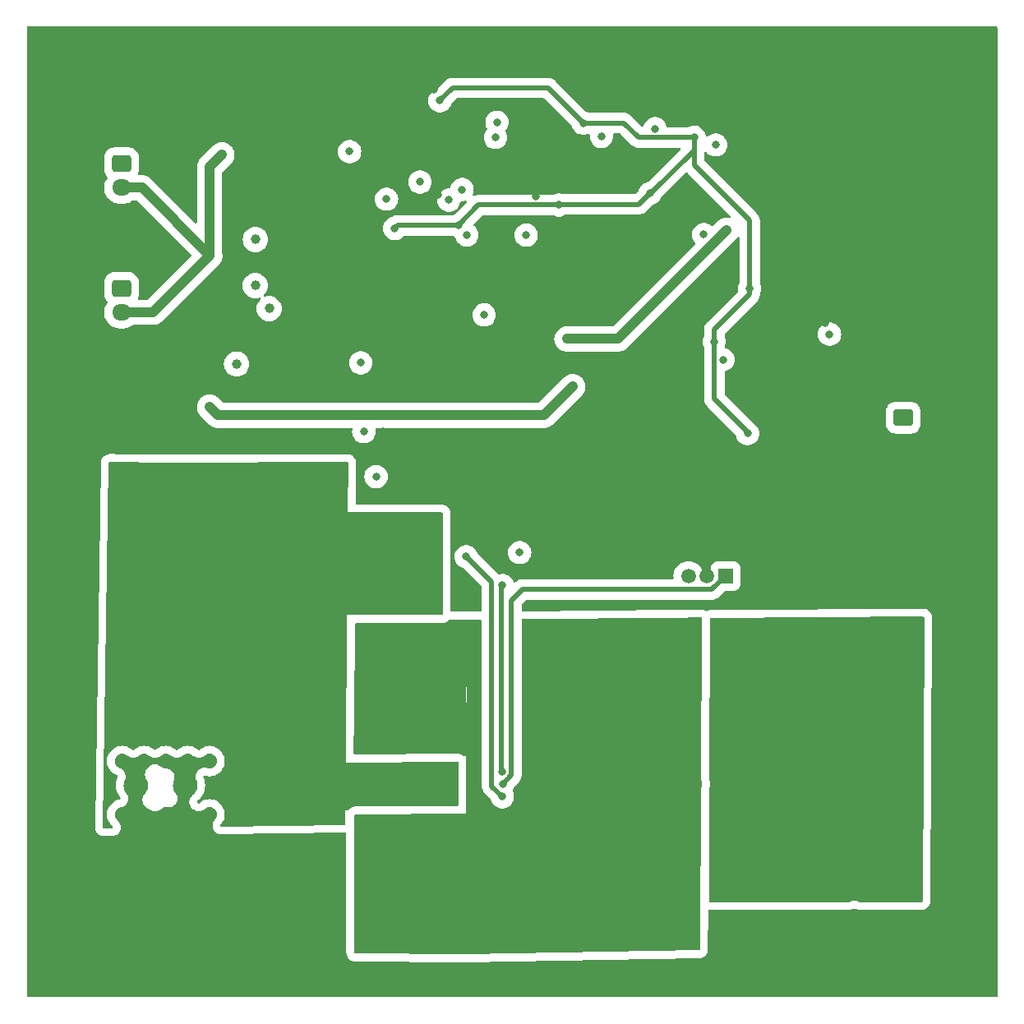
<source format=gbr>
%TF.GenerationSoftware,KiCad,Pcbnew,8.0.5*%
%TF.CreationDate,2024-11-15T14:42:50+00:00*%
%TF.ProjectId,PA_Power_V1,50415f50-6f77-4657-925f-56312e6b6963,rev?*%
%TF.SameCoordinates,Original*%
%TF.FileFunction,Copper,L3,Inr*%
%TF.FilePolarity,Positive*%
%FSLAX46Y46*%
G04 Gerber Fmt 4.6, Leading zero omitted, Abs format (unit mm)*
G04 Created by KiCad (PCBNEW 8.0.5) date 2024-11-15 14:42:50*
%MOMM*%
%LPD*%
G01*
G04 APERTURE LIST*
G04 Aperture macros list*
%AMRoundRect*
0 Rectangle with rounded corners*
0 $1 Rounding radius*
0 $2 $3 $4 $5 $6 $7 $8 $9 X,Y pos of 4 corners*
0 Add a 4 corners polygon primitive as box body*
4,1,4,$2,$3,$4,$5,$6,$7,$8,$9,$2,$3,0*
0 Add four circle primitives for the rounded corners*
1,1,$1+$1,$2,$3*
1,1,$1+$1,$4,$5*
1,1,$1+$1,$6,$7*
1,1,$1+$1,$8,$9*
0 Add four rect primitives between the rounded corners*
20,1,$1+$1,$2,$3,$4,$5,0*
20,1,$1+$1,$4,$5,$6,$7,0*
20,1,$1+$1,$6,$7,$8,$9,0*
20,1,$1+$1,$8,$9,$2,$3,0*%
%AMHorizOval*
0 Thick line with rounded ends*
0 $1 width*
0 $2 $3 position (X,Y) of the first rounded end (center of the circle)*
0 $4 $5 position (X,Y) of the second rounded end (center of the circle)*
0 Add line between two ends*
20,1,$1,$2,$3,$4,$5,0*
0 Add two circle primitives to create the rounded ends*
1,1,$1,$2,$3*
1,1,$1,$4,$5*%
G04 Aperture macros list end*
%TA.AperFunction,ComponentPad*%
%ADD10RoundRect,0.250000X-0.725000X0.600000X-0.725000X-0.600000X0.725000X-0.600000X0.725000X0.600000X0*%
%TD*%
%TA.AperFunction,ComponentPad*%
%ADD11O,1.950000X1.700000*%
%TD*%
%TA.AperFunction,HeatsinkPad*%
%ADD12C,0.500000*%
%TD*%
%TA.AperFunction,ComponentPad*%
%ADD13RoundRect,0.250000X0.750000X-0.600000X0.750000X0.600000X-0.750000X0.600000X-0.750000X-0.600000X0*%
%TD*%
%TA.AperFunction,ComponentPad*%
%ADD14O,2.000000X1.700000*%
%TD*%
%TA.AperFunction,ComponentPad*%
%ADD15C,1.524000*%
%TD*%
%TA.AperFunction,ComponentPad*%
%ADD16C,2.500000*%
%TD*%
%TA.AperFunction,ComponentPad*%
%ADD17C,5.600000*%
%TD*%
%TA.AperFunction,ComponentPad*%
%ADD18R,1.500000X1.500000*%
%TD*%
%TA.AperFunction,ComponentPad*%
%ADD19C,1.500000*%
%TD*%
%TA.AperFunction,ComponentPad*%
%ADD20HorizOval,0.800000X0.000000X0.000000X0.000000X0.000000X0*%
%TD*%
%TA.AperFunction,ComponentPad*%
%ADD21HorizOval,0.800000X0.000000X0.000000X0.000000X0.000000X0*%
%TD*%
%TA.AperFunction,ComponentPad*%
%ADD22C,0.800000*%
%TD*%
%TA.AperFunction,ComponentPad*%
%ADD23O,9.000000X6.000000*%
%TD*%
%TA.AperFunction,ViaPad*%
%ADD24C,1.000000*%
%TD*%
%TA.AperFunction,ViaPad*%
%ADD25C,0.800000*%
%TD*%
%TA.AperFunction,Conductor*%
%ADD26C,1.000000*%
%TD*%
%TA.AperFunction,Conductor*%
%ADD27C,0.500000*%
%TD*%
%TA.AperFunction,Conductor*%
%ADD28C,0.250000*%
%TD*%
G04 APERTURE END LIST*
D10*
%TO.N,Net-(D5-A1)*%
%TO.C,J6*%
X34760000Y-46950000D03*
D11*
%TO.N,Net-(D4-A1)*%
X34760000Y-49450000D03*
%TO.N,GND*%
X34760000Y-51950000D03*
%TD*%
D12*
%TO.N,GND*%
%TO.C,U2*%
X91320000Y-60390000D03*
X91320000Y-61390000D03*
X91320000Y-62390000D03*
X92620000Y-60390000D03*
X92620000Y-61390000D03*
X92620000Y-62390000D03*
%TD*%
D13*
%TO.N,Net-(D7-A1)*%
%TO.C,J7*%
X115300000Y-60290000D03*
D14*
%TO.N,GND*%
X115300000Y-57790000D03*
%TD*%
D15*
%TO.N,Net-(D6-A1)*%
%TO.C,J4*%
X107000000Y-96033800D03*
X107000000Y-101533800D03*
X107000000Y-107033800D03*
X107121400Y-84060000D03*
X107121400Y-89560000D03*
X109250000Y-96033800D03*
X109250000Y-101533800D03*
X109250000Y-107033800D03*
X109371400Y-84060000D03*
X109371400Y-89560000D03*
D16*
X109500000Y-98533800D03*
X109500000Y-104533800D03*
X109621400Y-86560000D03*
X109621400Y-92560000D03*
D15*
X111500000Y-96033800D03*
X111500000Y-101533800D03*
X111500000Y-107033800D03*
X111621400Y-84060000D03*
X111621400Y-89560000D03*
X113750000Y-96033800D03*
X113750000Y-101533800D03*
X113750000Y-107033800D03*
X113871400Y-84060000D03*
X113871400Y-89560000D03*
D16*
X114580000Y-98533800D03*
X114580000Y-104533800D03*
X114701400Y-86560000D03*
X114701400Y-92560000D03*
D15*
X116000000Y-96033800D03*
X116000000Y-101533800D03*
X116000000Y-107033800D03*
X116121400Y-84060000D03*
X116121400Y-89560000D03*
%TD*%
D10*
%TO.N,Net-(D5-A1)*%
%TO.C,J5*%
X34760000Y-34110000D03*
D11*
%TO.N,Net-(D4-A1)*%
X34760000Y-36610000D03*
%TO.N,GND*%
X34760000Y-39110000D03*
%TD*%
D17*
%TO.N,GND*%
%TO.C,H2*%
X31000000Y-114000000D03*
%TD*%
D15*
%TO.N,Net-(D1-A1)*%
%TO.C,J1*%
X43890000Y-78940000D03*
X43890000Y-73440000D03*
X43890000Y-67940000D03*
X43768600Y-90913800D03*
X43768600Y-85413800D03*
X41640000Y-78940000D03*
X41640000Y-73440000D03*
X41640000Y-67940000D03*
X41518600Y-90913800D03*
X41518600Y-85413800D03*
D16*
X41390000Y-76440000D03*
X41390000Y-70440000D03*
X41268600Y-88413800D03*
X41268600Y-82413800D03*
D15*
X39390000Y-78940000D03*
X39390000Y-73440000D03*
X39390000Y-67940000D03*
X39268600Y-90913800D03*
X39268600Y-85413800D03*
X37140000Y-78940000D03*
X37140000Y-73440000D03*
X37140000Y-67940000D03*
X37018600Y-90913800D03*
X37018600Y-85413800D03*
D16*
X36310000Y-76440000D03*
X36310000Y-70440000D03*
X36188600Y-88413800D03*
X36188600Y-82413800D03*
D15*
X34890000Y-78940000D03*
X34890000Y-73440000D03*
X34890000Y-67940000D03*
X34768600Y-90913800D03*
X34768600Y-85413800D03*
%TD*%
D18*
%TO.N,+3.3V*%
%TO.C,U4*%
X97000000Y-76620000D03*
D19*
%TO.N,GND*%
X95090000Y-76620000D03*
%TO.N,/PA_Current*%
X93180000Y-76620000D03*
D20*
%TO.N,Net-(Q1-D)*%
X94040000Y-98650000D03*
D21*
X94040000Y-97390000D03*
D22*
X93290000Y-99680000D03*
X93290000Y-96360000D03*
X92090000Y-100070000D03*
X92090000Y-95970000D03*
X90760000Y-100070000D03*
X90760000Y-95970000D03*
D23*
X90090000Y-98020000D03*
D22*
X89420000Y-100070000D03*
X89420000Y-95970000D03*
X88090000Y-100070000D03*
X88090000Y-95970000D03*
X86890000Y-99680000D03*
X86890000Y-96360000D03*
X86140000Y-98650000D03*
X86140000Y-97390000D03*
%TO.N,Net-(D6-A1)*%
X104040000Y-98650000D03*
X104040000Y-97390000D03*
X103290000Y-99680000D03*
X103290000Y-96360000D03*
X102090000Y-100070000D03*
X102090000Y-95970000D03*
X100760000Y-100070000D03*
X100760000Y-95970000D03*
D23*
X100090000Y-98020000D03*
D22*
X99420000Y-100070000D03*
X99420000Y-95970000D03*
X98090000Y-100070000D03*
X98090000Y-95970000D03*
X96890000Y-99680000D03*
X96890000Y-96360000D03*
D21*
X96140000Y-98650000D03*
D20*
X96140000Y-97390000D03*
%TD*%
D17*
%TO.N,GND*%
%TO.C,H3*%
X119000000Y-26000000D03*
%TD*%
%TO.N,GND*%
%TO.C,H5*%
X119000000Y-70000000D03*
%TD*%
%TO.N,GND*%
%TO.C,H4*%
X31000000Y-26000000D03*
%TD*%
D15*
%TO.N,GND*%
%TO.C,J2*%
X43830000Y-106670000D03*
X43830000Y-101170000D03*
X43830000Y-95670000D03*
X41580000Y-106670000D03*
X41580000Y-101170000D03*
X41580000Y-95670000D03*
D16*
X41330000Y-104170000D03*
X41330000Y-98170000D03*
D15*
X39330000Y-106670000D03*
X39330000Y-101170000D03*
X39330000Y-95670000D03*
X37080000Y-106670000D03*
X37080000Y-101170000D03*
X37080000Y-95670000D03*
D16*
X36250000Y-104170000D03*
X36250000Y-98170000D03*
D15*
X34830000Y-106670000D03*
X34830000Y-101170000D03*
X34830000Y-95670000D03*
%TD*%
D17*
%TO.N,GND*%
%TO.C,H1*%
X119000000Y-114000000D03*
%TD*%
D24*
%TO.N,Net-(U2-EN)*%
X43840000Y-59200000D03*
X81245000Y-57090000D03*
D25*
%TO.N,+3.3V*%
X89190000Y-37190000D03*
X62920000Y-40790000D03*
X99257500Y-61930000D03*
X93767716Y-31419995D03*
X95836956Y-52475000D03*
X82330000Y-29950000D03*
X67570000Y-27630000D03*
X79828009Y-38381993D03*
X74030000Y-98010000D03*
X69450620Y-40501829D03*
X99475000Y-46992500D03*
%TO.N,GND*%
X97790000Y-45620000D03*
D24*
X72560000Y-118050000D03*
X92155000Y-63740000D03*
X103670000Y-111520000D03*
X46940000Y-116630000D03*
X92155000Y-59040000D03*
X118820000Y-84480000D03*
D25*
X114450000Y-43360000D03*
X107290000Y-50550000D03*
D24*
X110270000Y-111380000D03*
X123750000Y-100110000D03*
X100170000Y-79020000D03*
X95040000Y-79610000D03*
X26480000Y-76850000D03*
X118820000Y-100150000D03*
X122920000Y-79020000D03*
X91670000Y-79600000D03*
D25*
X115560000Y-47500000D03*
D24*
X118820000Y-89160000D03*
X51530000Y-108680000D03*
X115840000Y-79020000D03*
D25*
X80047931Y-34775000D03*
D24*
X89280000Y-55920000D03*
D25*
X112450000Y-57350000D03*
D24*
X123750000Y-94930000D03*
X56110000Y-104380000D03*
X46940000Y-112900000D03*
D25*
X111812500Y-53107546D03*
D24*
X56110000Y-116380000D03*
X118820000Y-94970000D03*
X41920000Y-117010000D03*
X56110000Y-108350000D03*
X104850000Y-79020000D03*
X99370000Y-30560000D03*
X80230000Y-79600000D03*
D25*
X99810000Y-36320000D03*
D24*
X51530000Y-104380000D03*
D25*
X106687142Y-46290658D03*
D24*
X104810000Y-74090000D03*
D25*
X89180000Y-74290000D03*
D24*
X123750000Y-89120000D03*
X115800000Y-74090000D03*
X78020000Y-61910000D03*
X123750000Y-107190000D03*
X122880000Y-74090000D03*
D25*
X66930000Y-26500000D03*
D24*
X31410000Y-87300000D03*
X110660000Y-79020000D03*
D25*
X79990000Y-72360000D03*
D24*
X83470000Y-79580000D03*
X123750000Y-84440000D03*
X26480000Y-99600000D03*
X86605000Y-62190000D03*
D25*
X115160000Y-33440000D03*
D24*
X31410000Y-99560000D03*
D25*
X64560000Y-67230000D03*
X73750000Y-41160000D03*
D24*
X76750000Y-79590000D03*
X59380000Y-118080000D03*
X31410000Y-81490000D03*
X31410000Y-92480000D03*
D25*
X61680000Y-61700000D03*
D24*
X31410000Y-76810000D03*
X36990000Y-112230000D03*
X56110000Y-112650000D03*
D25*
X55890000Y-34360000D03*
X55050000Y-40770000D03*
D24*
X51530000Y-116570000D03*
X86020000Y-79590000D03*
X26480000Y-87340000D03*
X100130000Y-74090000D03*
D25*
X101987500Y-45492500D03*
X83000000Y-26710000D03*
D24*
X118820000Y-107230000D03*
X78352233Y-47438859D03*
X26480000Y-81530000D03*
D25*
X109190000Y-45430000D03*
D24*
X46940000Y-104440000D03*
X110620000Y-74090000D03*
X94270000Y-118030000D03*
X36820000Y-51900000D03*
X41920000Y-112190000D03*
D25*
X36850000Y-39040000D03*
D24*
X46940000Y-108740000D03*
X51530000Y-112840000D03*
X26480000Y-105630000D03*
X88540000Y-79560000D03*
D25*
X77448008Y-37490000D03*
D24*
X36990000Y-117050000D03*
D25*
X84320000Y-72840000D03*
D24*
X96110000Y-112420000D03*
X26480000Y-92520000D03*
X31410000Y-105590000D03*
D25*
X43520000Y-28270000D03*
X67390000Y-37370000D03*
D24*
%TO.N,Net-(Q1-D)*%
X84890000Y-114280000D03*
X92050000Y-84700000D03*
X76620000Y-82370000D03*
X76560000Y-88200000D03*
D25*
X67030000Y-84640000D03*
X67000000Y-108310000D03*
X61270000Y-108310000D03*
D24*
X84940000Y-88200000D03*
X85080000Y-103080000D03*
D25*
X72200000Y-108240000D03*
X71060000Y-84570000D03*
D24*
X91880000Y-111120000D03*
X77280000Y-100440000D03*
D25*
X62670000Y-92860000D03*
X66980000Y-93030000D03*
D24*
X77050000Y-108140000D03*
X77280000Y-103360000D03*
X89000000Y-94010000D03*
D25*
X66980000Y-88920000D03*
X62590000Y-89040000D03*
D24*
X85980000Y-82370000D03*
X80690000Y-114610000D03*
X91940000Y-90590000D03*
X81060000Y-103220000D03*
X84990000Y-94010000D03*
X80640000Y-94010000D03*
X88960000Y-88200000D03*
D25*
X72140000Y-103810000D03*
X61720000Y-113060000D03*
D24*
X76650000Y-94010000D03*
D25*
X70960000Y-89000000D03*
D24*
X88530000Y-114280000D03*
X83460000Y-82370000D03*
X88580000Y-108280000D03*
D25*
X72140000Y-112960000D03*
D24*
X76670000Y-114890000D03*
X88530000Y-82370000D03*
X80240000Y-82370000D03*
X88770000Y-102940000D03*
X84990000Y-108420000D03*
X77090000Y-96560000D03*
D25*
X67130000Y-103710000D03*
D24*
X91990000Y-105240000D03*
D25*
X62570000Y-84780000D03*
D24*
X81110000Y-108180000D03*
D25*
X66970000Y-112840000D03*
X70880000Y-92670000D03*
X61510000Y-103600000D03*
D24*
X80370000Y-88200000D03*
D25*
%TO.N,/PA_Current*%
X76455000Y-41485000D03*
%TO.N,/PA_Voltage*%
X70350620Y-41490000D03*
X60990000Y-66370000D03*
%TO.N,/Vgg_Voltage*%
X107710000Y-51700000D03*
X69850528Y-36795000D03*
D24*
%TO.N,+12V*%
X97110000Y-40990000D03*
X80655000Y-52188161D03*
D25*
%TO.N,/Vgg_On*%
X94760000Y-41440000D03*
X62070000Y-37780000D03*
D24*
%TO.N,Net-(D1-A1)*%
X56110000Y-91340000D03*
X56130000Y-83830000D03*
X51610000Y-77310000D03*
X46910000Y-96390000D03*
X51550000Y-83690000D03*
X66510000Y-71160000D03*
X63600000Y-71140000D03*
X51610000Y-70840000D03*
X47010000Y-99870000D03*
D25*
X62790000Y-99760000D03*
X62820000Y-98680000D03*
D24*
X62980000Y-77180000D03*
X46960000Y-83750000D03*
X56110000Y-86810000D03*
X46810000Y-80090000D03*
D25*
X67790000Y-98770000D03*
X67780000Y-99820000D03*
D24*
X51620000Y-66590000D03*
X51600000Y-99810000D03*
X51610000Y-80100000D03*
X51500000Y-96330000D03*
X51610000Y-74410000D03*
D25*
X66640000Y-99820000D03*
D24*
X66730000Y-77030000D03*
D25*
X66730000Y-96660000D03*
D24*
X56290000Y-77200000D03*
X46810000Y-77300000D03*
X60920000Y-71110000D03*
X46940000Y-86960000D03*
X63560000Y-74410000D03*
X51530000Y-86900000D03*
D25*
X59700000Y-99740000D03*
D24*
X66710000Y-79790000D03*
X46820000Y-66580000D03*
X46810000Y-70830000D03*
X60980000Y-79930000D03*
X56290000Y-70730000D03*
D25*
X67870000Y-96660000D03*
D24*
X46940000Y-91500000D03*
X56290000Y-74410000D03*
X56290000Y-79990000D03*
X56110000Y-99850000D03*
X46810000Y-74410000D03*
X51530000Y-91440000D03*
X62960000Y-79940000D03*
X56110000Y-96400000D03*
X56300000Y-66480000D03*
X66540000Y-74500000D03*
D25*
X62820000Y-97660000D03*
X67840000Y-97690000D03*
X59800000Y-96650000D03*
X66650000Y-98770000D03*
X66700000Y-97690000D03*
X62900000Y-96580000D03*
X59710000Y-98260000D03*
D24*
X60980000Y-77140000D03*
X60980000Y-74410000D03*
%TO.N,Net-(D6-A1)*%
X111290000Y-109420000D03*
X97060000Y-91570000D03*
X104120000Y-85890000D03*
X99330000Y-89380000D03*
X104120000Y-89480000D03*
X103670000Y-105570000D03*
X97060000Y-87720000D03*
X104120000Y-82010000D03*
X99330000Y-85790000D03*
X96840000Y-103700000D03*
X96730000Y-108570000D03*
X104120000Y-93320000D03*
X103670000Y-102200000D03*
X97060000Y-83950000D03*
X99330000Y-81910000D03*
X99530000Y-105600000D03*
X99330000Y-93220000D03*
X99530000Y-102230000D03*
D25*
%TO.N,Net-(C10-Pad1)*%
X59410000Y-54640000D03*
X59730000Y-61740000D03*
D24*
%TO.N,Net-(C13-Pad1)*%
X48540000Y-46680000D03*
X49980000Y-49060000D03*
D25*
%TO.N,Net-(D3-A)*%
X72120000Y-49710000D03*
X75780000Y-74190000D03*
D24*
%TO.N,Net-(D4-A1)*%
X43860965Y-43609035D03*
X45110000Y-33220000D03*
D25*
%TO.N,Net-(J3-Pin_4)*%
X84210000Y-31310000D03*
X73290000Y-31419995D03*
X73451523Y-29869995D03*
X89740000Y-30519995D03*
D24*
%TO.N,Net-(C16-Pad1)*%
X48560000Y-41940000D03*
X46620000Y-54770000D03*
D25*
%TO.N,Net-(D2-A)*%
X74020000Y-77590749D03*
X74010000Y-96740002D03*
%TO.N,/Vgg Cntrl*%
X95985005Y-32194995D03*
X58270000Y-32880000D03*
%TO.N,Net-(U5-AIN3)*%
X70280000Y-74610000D03*
X68490000Y-37880000D03*
X74000000Y-99340000D03*
%TO.N,/12V_Good*%
X96740000Y-54316992D03*
X65510000Y-36015000D03*
%TD*%
D26*
%TO.N,Net-(U2-EN)*%
X43850000Y-59210000D02*
X43840000Y-59200000D01*
X44680000Y-60040000D02*
X78295000Y-60040000D01*
X43850000Y-59210000D02*
X44680000Y-60040000D01*
X78295000Y-60040000D02*
X81245000Y-57090000D01*
D27*
%TO.N,+3.3V*%
X89302500Y-37190000D02*
X93767716Y-32724784D01*
X74920000Y-97120000D02*
X74030000Y-98010000D01*
X71562449Y-38390000D02*
X79820002Y-38390000D01*
X99475000Y-46992500D02*
X99475000Y-40000000D01*
X68880000Y-26320000D02*
X67570000Y-27630000D01*
D28*
X69448791Y-40500000D02*
X69450620Y-40501829D01*
D27*
X82330000Y-29950000D02*
X78700000Y-26320000D01*
X79820002Y-38390000D02*
X79828009Y-38381993D01*
X76060000Y-78010000D02*
X74920000Y-79150000D01*
X95610000Y-78010000D02*
X76060000Y-78010000D01*
X95836956Y-58356956D02*
X99257500Y-61777500D01*
X99257500Y-61777500D02*
X99257500Y-61930000D01*
X79900002Y-38310000D02*
X79828009Y-38381993D01*
X99475000Y-40000000D02*
X93767716Y-34292716D01*
X89190000Y-37190000D02*
X88070000Y-38310000D01*
X63210000Y-40500000D02*
X62919999Y-40790001D01*
X69448791Y-40500000D02*
X63210000Y-40500000D01*
X93767716Y-31419995D02*
X88019995Y-31419995D01*
X74920000Y-79150000D02*
X74920000Y-97120000D01*
X95836956Y-51233044D02*
X99475000Y-47595000D01*
X93767716Y-34292716D02*
X93767716Y-31419995D01*
X93767716Y-32724784D02*
X93767716Y-31419995D01*
X97000000Y-76620000D02*
X95610000Y-78010000D01*
X88019995Y-31419995D02*
X86550000Y-29950000D01*
X69450620Y-40501829D02*
X71562449Y-38390000D01*
X95836956Y-52475000D02*
X95836956Y-58356956D01*
X86550000Y-29950000D02*
X82330000Y-29950000D01*
X95836956Y-52475000D02*
X95836956Y-51233044D01*
X89190000Y-37190000D02*
X89302500Y-37190000D01*
D28*
X62920000Y-40790000D02*
X62919999Y-40790001D01*
D27*
X99475000Y-47595000D02*
X99475000Y-46992500D01*
X78700000Y-26320000D02*
X68880000Y-26320000D01*
X88070000Y-38310000D02*
X79900002Y-38310000D01*
D26*
%TO.N,+12V*%
X97110000Y-40990000D02*
X85911839Y-52188161D01*
X85911839Y-52188161D02*
X80655000Y-52188161D01*
%TO.N,Net-(D4-A1)*%
X34760000Y-36610000D02*
X36861930Y-36610000D01*
X43840000Y-43588070D02*
X43860965Y-43609035D01*
X34570000Y-49350000D02*
X35040004Y-49350000D01*
X43860965Y-43609039D02*
X43860965Y-43609035D01*
X45110000Y-33220000D02*
X43840000Y-34490000D01*
X36861930Y-36610000D02*
X43860965Y-43609035D01*
X43840000Y-34490000D02*
X43840000Y-43588070D01*
X34760000Y-49450000D02*
X38020004Y-49450000D01*
X38020004Y-49450000D02*
X43860965Y-43609039D01*
D27*
%TO.N,Net-(D2-A)*%
X74020000Y-77590749D02*
X73920000Y-77690749D01*
X73920000Y-77690749D02*
X73920000Y-96650002D01*
X73920000Y-96650002D02*
X74010000Y-96740002D01*
%TO.N,Net-(U5-AIN3)*%
X72920000Y-98260000D02*
X74000000Y-99340000D01*
X70280000Y-74610000D02*
X72920000Y-77250000D01*
X72920000Y-77250000D02*
X72920000Y-98260000D01*
%TD*%
%TA.AperFunction,Conductor*%
%TO.N,Net-(D1-A1)*%
G36*
X67736404Y-70049830D02*
G01*
X67803415Y-70069607D01*
X67849098Y-70122473D01*
X67860233Y-70173596D01*
X67879763Y-80514862D01*
X67860205Y-80581938D01*
X67807487Y-80627793D01*
X67754865Y-80639093D01*
X67047563Y-80633967D01*
X66500000Y-80630000D01*
X66499978Y-80630000D01*
X66499976Y-80630000D01*
X58004963Y-80638221D01*
X58095696Y-70036605D01*
X67736404Y-70049830D01*
G37*
%TD.AperFunction*%
%TD*%
%TA.AperFunction,Conductor*%
%TO.N,Net-(D1-A1)*%
G36*
X39530000Y-64930000D02*
G01*
X58014464Y-64860472D01*
X58081577Y-64879904D01*
X58127530Y-64932536D01*
X58138925Y-64985532D01*
X58095695Y-70036604D01*
X58095696Y-70036604D01*
X58004963Y-80638223D01*
X58004962Y-80638224D01*
X57875183Y-95802051D01*
X57875184Y-95802050D01*
X57833074Y-100722350D01*
X57833073Y-100722351D01*
X57821037Y-102128820D01*
X57800780Y-102195689D01*
X57747586Y-102240990D01*
X57698830Y-102251746D01*
X45076249Y-102433730D01*
X45008932Y-102415014D01*
X44962421Y-102362875D01*
X44951481Y-102293867D01*
X44979587Y-102229900D01*
X44980005Y-102229406D01*
X45097998Y-102091255D01*
X45226503Y-101881554D01*
X45320621Y-101654332D01*
X45378036Y-101415185D01*
X45397332Y-101170000D01*
X45378036Y-100924815D01*
X45320621Y-100685668D01*
X45230503Y-100468102D01*
X45226505Y-100458449D01*
X45226503Y-100458446D01*
X45098001Y-100248750D01*
X45098000Y-100248747D01*
X45061915Y-100206498D01*
X44938271Y-100061729D01*
X44799527Y-99943230D01*
X44751252Y-99901999D01*
X44751249Y-99901998D01*
X44541553Y-99773496D01*
X44541550Y-99773494D01*
X44314336Y-99679380D01*
X44242369Y-99662102D01*
X44075185Y-99621964D01*
X44075182Y-99621963D01*
X44075179Y-99621963D01*
X43830000Y-99602668D01*
X43584820Y-99621963D01*
X43584816Y-99621963D01*
X43584815Y-99621964D01*
X43465241Y-99650671D01*
X43345663Y-99679380D01*
X43118449Y-99773494D01*
X43118446Y-99773496D01*
X42908750Y-99901998D01*
X42908741Y-99902004D01*
X42785531Y-100007236D01*
X42721770Y-100035807D01*
X42652684Y-100025370D01*
X42624469Y-100007237D01*
X42624468Y-100007236D01*
X42589472Y-99977347D01*
X42551281Y-99918843D01*
X42550781Y-99848975D01*
X42588134Y-99789928D01*
X42591750Y-99786870D01*
X42608189Y-99773496D01*
X42732845Y-99672081D01*
X42924312Y-99467069D01*
X43086081Y-99237896D01*
X43215136Y-98988830D01*
X43309075Y-98724511D01*
X43309076Y-98724504D01*
X43309078Y-98724499D01*
X43335571Y-98597005D01*
X43366148Y-98449862D01*
X43385291Y-98170000D01*
X43366148Y-97890138D01*
X43346443Y-97795315D01*
X43309078Y-97615500D01*
X43309073Y-97615483D01*
X43215136Y-97351169D01*
X43208697Y-97338743D01*
X43195330Y-97270164D01*
X43221162Y-97205245D01*
X43277991Y-97164597D01*
X43347738Y-97161118D01*
X43584815Y-97218036D01*
X43830000Y-97237332D01*
X44075185Y-97218036D01*
X44314332Y-97160621D01*
X44485986Y-97089520D01*
X44541550Y-97066505D01*
X44541551Y-97066504D01*
X44541554Y-97066503D01*
X44751255Y-96937998D01*
X44938271Y-96778271D01*
X45097998Y-96591255D01*
X45226503Y-96381554D01*
X45320621Y-96154332D01*
X45378036Y-95915185D01*
X45397332Y-95670000D01*
X45378036Y-95424815D01*
X45320621Y-95185668D01*
X45320619Y-95185663D01*
X45226505Y-94958449D01*
X45226503Y-94958446D01*
X45098001Y-94748750D01*
X45098000Y-94748747D01*
X45061915Y-94706498D01*
X44938271Y-94561729D01*
X44814625Y-94456125D01*
X44751252Y-94401999D01*
X44751249Y-94401998D01*
X44541553Y-94273496D01*
X44541550Y-94273494D01*
X44314336Y-94179380D01*
X44314332Y-94179379D01*
X44075185Y-94121964D01*
X44075182Y-94121963D01*
X44075179Y-94121963D01*
X43830000Y-94102668D01*
X43584820Y-94121963D01*
X43584816Y-94121963D01*
X43584815Y-94121964D01*
X43465241Y-94150671D01*
X43345663Y-94179380D01*
X43118449Y-94273494D01*
X43118446Y-94273496D01*
X42908750Y-94401998D01*
X42908741Y-94402004D01*
X42785531Y-94507236D01*
X42721770Y-94535807D01*
X42652684Y-94525370D01*
X42624469Y-94507236D01*
X42501258Y-94402004D01*
X42501249Y-94401998D01*
X42291553Y-94273496D01*
X42291550Y-94273494D01*
X42064336Y-94179380D01*
X42064332Y-94179379D01*
X41825185Y-94121964D01*
X41825182Y-94121963D01*
X41825179Y-94121963D01*
X41580000Y-94102668D01*
X41334820Y-94121963D01*
X41334816Y-94121963D01*
X41334815Y-94121964D01*
X41215241Y-94150671D01*
X41095663Y-94179380D01*
X40868449Y-94273494D01*
X40868446Y-94273496D01*
X40658750Y-94401998D01*
X40658741Y-94402004D01*
X40535531Y-94507236D01*
X40471770Y-94535807D01*
X40402684Y-94525370D01*
X40374469Y-94507236D01*
X40251258Y-94402004D01*
X40251249Y-94401998D01*
X40041553Y-94273496D01*
X40041550Y-94273494D01*
X39814336Y-94179380D01*
X39814332Y-94179379D01*
X39575185Y-94121964D01*
X39575182Y-94121963D01*
X39575179Y-94121963D01*
X39330000Y-94102668D01*
X39084820Y-94121963D01*
X39084816Y-94121963D01*
X39084815Y-94121964D01*
X38965241Y-94150671D01*
X38845663Y-94179380D01*
X38618449Y-94273494D01*
X38618446Y-94273496D01*
X38408750Y-94401998D01*
X38408741Y-94402004D01*
X38285531Y-94507236D01*
X38221770Y-94535807D01*
X38152684Y-94525370D01*
X38124469Y-94507236D01*
X38001258Y-94402004D01*
X38001249Y-94401998D01*
X37791553Y-94273496D01*
X37791550Y-94273494D01*
X37564336Y-94179380D01*
X37564332Y-94179379D01*
X37325185Y-94121964D01*
X37325182Y-94121963D01*
X37325179Y-94121963D01*
X37080000Y-94102668D01*
X36834820Y-94121963D01*
X36834816Y-94121963D01*
X36834815Y-94121964D01*
X36715241Y-94150671D01*
X36595663Y-94179380D01*
X36368449Y-94273494D01*
X36368446Y-94273496D01*
X36158750Y-94401998D01*
X36158741Y-94402004D01*
X36035531Y-94507236D01*
X35971770Y-94535807D01*
X35902684Y-94525370D01*
X35874469Y-94507236D01*
X35751258Y-94402004D01*
X35751249Y-94401998D01*
X35541553Y-94273496D01*
X35541550Y-94273494D01*
X35314336Y-94179380D01*
X35314332Y-94179379D01*
X35075185Y-94121964D01*
X35075182Y-94121963D01*
X35075179Y-94121963D01*
X34830000Y-94102668D01*
X34584820Y-94121963D01*
X34584816Y-94121963D01*
X34584815Y-94121964D01*
X34465241Y-94150671D01*
X34345663Y-94179380D01*
X34118449Y-94273494D01*
X34118446Y-94273496D01*
X33908750Y-94401998D01*
X33908747Y-94401999D01*
X33721729Y-94561729D01*
X33561999Y-94748747D01*
X33561998Y-94748750D01*
X33433496Y-94958446D01*
X33433494Y-94958449D01*
X33339380Y-95185663D01*
X33281963Y-95424820D01*
X33262668Y-95670000D01*
X33281963Y-95915179D01*
X33339380Y-96154336D01*
X33433494Y-96381550D01*
X33433496Y-96381553D01*
X33561998Y-96591249D01*
X33561999Y-96591252D01*
X33562002Y-96591255D01*
X33721729Y-96778271D01*
X33866498Y-96901915D01*
X33908747Y-96938000D01*
X33908750Y-96938001D01*
X34118445Y-97066503D01*
X34317976Y-97149151D01*
X34372379Y-97192992D01*
X34394444Y-97259286D01*
X34380621Y-97320759D01*
X34364864Y-97351167D01*
X34364862Y-97351174D01*
X34270926Y-97615483D01*
X34270921Y-97615500D01*
X34213852Y-97890135D01*
X34213851Y-97890137D01*
X34194709Y-98170000D01*
X34213851Y-98449862D01*
X34213852Y-98449864D01*
X34270921Y-98724499D01*
X34270926Y-98724516D01*
X34364863Y-98988828D01*
X34364864Y-98988830D01*
X34493919Y-99237896D01*
X34633457Y-99435576D01*
X34656036Y-99501695D01*
X34639283Y-99569526D01*
X34588517Y-99617533D01*
X34561101Y-99627657D01*
X34345663Y-99679380D01*
X34118449Y-99773494D01*
X34118446Y-99773496D01*
X33908750Y-99901998D01*
X33908747Y-99901999D01*
X33721729Y-100061729D01*
X33561999Y-100248747D01*
X33561998Y-100248750D01*
X33433496Y-100458446D01*
X33433494Y-100458449D01*
X33339380Y-100685663D01*
X33281963Y-100924820D01*
X33262668Y-101170000D01*
X33281963Y-101415179D01*
X33339380Y-101654336D01*
X33433494Y-101881550D01*
X33433496Y-101881553D01*
X33561998Y-102091249D01*
X33561999Y-102091252D01*
X33616125Y-102154625D01*
X33721729Y-102278271D01*
X33839195Y-102378597D01*
X33877388Y-102437103D01*
X33877887Y-102506970D01*
X33840533Y-102566017D01*
X33777186Y-102595495D01*
X33760451Y-102596873D01*
X32977734Y-102608158D01*
X32910417Y-102589442D01*
X32863906Y-102537303D01*
X32851961Y-102482267D01*
X32852707Y-102433730D01*
X33428097Y-64963910D01*
X33448808Y-64897182D01*
X33502308Y-64852243D01*
X33553910Y-64841828D01*
X39530000Y-64930000D01*
G37*
%TD.AperFunction*%
%TD*%
%TA.AperFunction,Conductor*%
%TO.N,Net-(Q1-D)*%
G36*
X70210000Y-115569979D02*
G01*
X70210000Y-115569986D01*
X70208728Y-115569994D01*
X58853460Y-115520537D01*
X58786507Y-115500560D01*
X58740982Y-115447558D01*
X58730000Y-115396538D01*
X58730000Y-101283360D01*
X58749685Y-101216321D01*
X58802489Y-101170566D01*
X58853356Y-101159362D01*
X70251977Y-101100454D01*
X70210000Y-115569979D01*
G37*
%TD.AperFunction*%
%TD*%
%TA.AperFunction,Conductor*%
%TO.N,Net-(Q1-D)*%
G36*
X70269181Y-95170184D02*
G01*
X70269180Y-95170185D01*
X70269181Y-95170185D01*
X70032484Y-95171610D01*
X69965328Y-95152329D01*
X69943847Y-95135083D01*
X69939113Y-95130326D01*
X69791733Y-95026342D01*
X69624906Y-94957758D01*
X69624891Y-94957753D01*
X69557728Y-94938597D01*
X69509942Y-94926535D01*
X69509927Y-94926532D01*
X69330538Y-94907726D01*
X58813694Y-94989251D01*
X58746504Y-94970087D01*
X58700341Y-94917639D01*
X58688738Y-94864196D01*
X58719827Y-91231649D01*
X58815870Y-81565580D01*
X58836220Y-81498742D01*
X58889476Y-81453514D01*
X58939738Y-81442816D01*
X66497095Y-81435503D01*
X66497862Y-81435505D01*
X66990627Y-81439074D01*
X66990628Y-81439075D01*
X67041725Y-81439445D01*
X67041725Y-81439446D01*
X67749027Y-81444572D01*
X67923982Y-81426640D01*
X67976604Y-81415340D01*
X68020078Y-81404733D01*
X68163455Y-81347584D01*
X68187631Y-81337948D01*
X68187634Y-81337946D01*
X68336126Y-81235552D01*
X68388844Y-81189697D01*
X68435947Y-81143370D01*
X68497545Y-81110396D01*
X68522344Y-81107779D01*
X70310000Y-81100000D01*
X70269181Y-95170184D01*
G37*
%TD.AperFunction*%
%TD*%
%TA.AperFunction,Conductor*%
%TO.N,GND*%
G36*
X124943039Y-20019685D02*
G01*
X124988794Y-20072489D01*
X125000000Y-20124000D01*
X125000000Y-119876000D01*
X124980315Y-119943039D01*
X124927511Y-119988794D01*
X124876000Y-120000000D01*
X50055000Y-120000000D01*
X25183888Y-119990049D01*
X25116857Y-119970338D01*
X25071123Y-119917515D01*
X25059938Y-119866111D01*
X25058192Y-116375420D01*
X25051241Y-102473669D01*
X32046507Y-102473669D01*
X32064788Y-102653115D01*
X32064789Y-102653124D01*
X32076731Y-102708142D01*
X32089686Y-102759599D01*
X32089689Y-102759608D01*
X32158567Y-102926312D01*
X32262817Y-103073514D01*
X32309322Y-103125646D01*
X32309326Y-103125650D01*
X32379296Y-103195033D01*
X32527369Y-103298035D01*
X32694650Y-103365506D01*
X32694651Y-103365506D01*
X32694653Y-103365507D01*
X32706458Y-103368789D01*
X32761967Y-103384222D01*
X32809833Y-103395965D01*
X32989346Y-103413574D01*
X33669567Y-103403766D01*
X33772073Y-103402289D01*
X33826541Y-103399657D01*
X33826551Y-103399656D01*
X33826554Y-103399656D01*
X33843289Y-103398278D01*
X33945998Y-103383107D01*
X33946001Y-103383106D01*
X33946002Y-103383106D01*
X34032866Y-103353997D01*
X34117025Y-103325796D01*
X34180372Y-103296318D01*
X34266997Y-103249361D01*
X34408363Y-103137330D01*
X34521256Y-102996652D01*
X34558610Y-102937605D01*
X34606095Y-102851271D01*
X34664452Y-102680597D01*
X34683366Y-102501217D01*
X34682867Y-102431350D01*
X34676138Y-102333046D01*
X34632957Y-102157916D01*
X34551889Y-101996786D01*
X34551887Y-101996781D01*
X34513692Y-101938274D01*
X34485508Y-101897858D01*
X34485502Y-101897851D01*
X34362328Y-101766092D01*
X34300481Y-101713268D01*
X34286725Y-101699512D01*
X34228629Y-101631492D01*
X34228629Y-101631491D01*
X34222015Y-101623747D01*
X34210577Y-101608004D01*
X34158517Y-101523049D01*
X34149684Y-101505713D01*
X34111561Y-101413676D01*
X34105548Y-101395171D01*
X34082283Y-101298267D01*
X34079239Y-101279047D01*
X34071423Y-101179720D01*
X34071423Y-101160277D01*
X34079239Y-101060945D01*
X34082283Y-101041730D01*
X34082286Y-101041720D01*
X34105549Y-100944822D01*
X34111561Y-100926321D01*
X34146902Y-100841002D01*
X34149686Y-100834279D01*
X34158519Y-100816945D01*
X34184169Y-100775089D01*
X34210580Y-100731990D01*
X34222014Y-100716252D01*
X34286730Y-100640479D01*
X34300479Y-100626730D01*
X34376254Y-100562012D01*
X34391994Y-100550577D01*
X34476957Y-100498511D01*
X34494263Y-100489693D01*
X34586342Y-100451553D01*
X34604827Y-100445547D01*
X34749144Y-100410900D01*
X34840134Y-100383283D01*
X34867550Y-100373159D01*
X34997858Y-100311269D01*
X35141966Y-100202789D01*
X35192732Y-100154782D01*
X35260042Y-100082837D01*
X35358701Y-99931835D01*
X35421285Y-99762666D01*
X35422407Y-99758122D01*
X35426877Y-99740026D01*
X36910323Y-99740026D01*
X36910324Y-99740034D01*
X36910324Y-99740035D01*
X36915127Y-99762669D01*
X36947766Y-99916480D01*
X36969833Y-99982778D01*
X37006603Y-100074177D01*
X37006606Y-100074182D01*
X37006607Y-100074184D01*
X37101792Y-100227399D01*
X37228684Y-100355592D01*
X37281818Y-100398410D01*
X37281818Y-100398409D01*
X37310854Y-100421808D01*
X37320962Y-100428084D01*
X37322507Y-100429253D01*
X37326224Y-100431668D01*
X37325538Y-100432723D01*
X37326655Y-100433852D01*
X37326893Y-100433465D01*
X37518009Y-100550581D01*
X37533750Y-100562017D01*
X37601333Y-100619738D01*
X37601339Y-100619743D01*
X37688960Y-100684851D01*
X37688964Y-100684853D01*
X37688966Y-100684855D01*
X37717164Y-100702979D01*
X37717175Y-100702985D01*
X37858148Y-100775089D01*
X38032360Y-100821832D01*
X38101446Y-100832269D01*
X38199597Y-100841002D01*
X38379326Y-100825748D01*
X38551154Y-100770883D01*
X38614915Y-100742312D01*
X38659252Y-100720792D01*
X38782430Y-100637483D01*
X38808653Y-100619748D01*
X38808654Y-100619746D01*
X38808663Y-100619741D01*
X38876258Y-100562007D01*
X38891974Y-100550588D01*
X38976962Y-100498508D01*
X38994273Y-100489688D01*
X39086335Y-100451555D01*
X39104819Y-100445549D01*
X39153287Y-100433914D01*
X39153286Y-100433913D01*
X39201730Y-100422283D01*
X39220938Y-100419240D01*
X39320279Y-100411423D01*
X39339721Y-100411423D01*
X39498174Y-100423892D01*
X39501091Y-100424158D01*
X39565943Y-100430850D01*
X39695338Y-100421248D01*
X39745814Y-100417504D01*
X39745820Y-100417503D01*
X39745823Y-100417503D01*
X39782146Y-100410658D01*
X39814464Y-100404568D01*
X39814467Y-100404567D01*
X39814484Y-100404564D01*
X39910022Y-100380427D01*
X40074656Y-100306733D01*
X40218764Y-100198253D01*
X40269530Y-100150246D01*
X40336840Y-100078301D01*
X40435499Y-99927299D01*
X40498083Y-99758130D01*
X40514836Y-99690299D01*
X40532567Y-99593371D01*
X40533926Y-99413001D01*
X40495114Y-99236852D01*
X40491586Y-99226521D01*
X40472539Y-99170743D01*
X40469263Y-99162032D01*
X40455189Y-99124602D01*
X40368323Y-98966521D01*
X40268646Y-98825312D01*
X40259859Y-98810862D01*
X40189303Y-98674694D01*
X40182562Y-98659174D01*
X40131205Y-98514668D01*
X40126639Y-98498372D01*
X40095436Y-98348216D01*
X40093133Y-98331465D01*
X40082668Y-98178449D01*
X40082668Y-98161548D01*
X40093134Y-98008530D01*
X40095436Y-97991781D01*
X40126642Y-97841615D01*
X40131201Y-97825340D01*
X40185906Y-97671419D01*
X40200727Y-97625381D01*
X40204862Y-97611078D01*
X40226244Y-97515808D01*
X40234887Y-97335641D01*
X40230400Y-97265915D01*
X40218070Y-97168152D01*
X40164960Y-96995773D01*
X40074824Y-96839535D01*
X40033353Y-96783305D01*
X39970138Y-96707742D01*
X39832266Y-96591438D01*
X39832265Y-96591437D01*
X39671970Y-96508730D01*
X39606691Y-96483850D01*
X39606689Y-96483849D01*
X39606683Y-96483847D01*
X39594074Y-96479478D01*
X39560099Y-96467705D01*
X39560093Y-96467704D01*
X39383011Y-96433513D01*
X39382999Y-96433512D01*
X39362079Y-96431865D01*
X39220938Y-96420757D01*
X39201720Y-96417713D01*
X39104838Y-96394454D01*
X39086332Y-96388441D01*
X38994282Y-96350312D01*
X38976945Y-96341478D01*
X38891994Y-96289420D01*
X38876254Y-96277984D01*
X38808674Y-96220267D01*
X38808662Y-96220257D01*
X38808661Y-96220256D01*
X38721023Y-96155138D01*
X38721017Y-96155134D01*
X38692814Y-96137008D01*
X38551863Y-96064915D01*
X38551858Y-96064914D01*
X38377660Y-96018172D01*
X38377653Y-96018170D01*
X38377651Y-96018170D01*
X38354883Y-96014730D01*
X38308555Y-96007730D01*
X38210426Y-95998999D01*
X38210420Y-95998998D01*
X38030693Y-96014248D01*
X38030692Y-96014248D01*
X37858873Y-96069105D01*
X37858857Y-96069112D01*
X37795104Y-96097677D01*
X37750748Y-96119204D01*
X37601336Y-96220256D01*
X37494834Y-96311218D01*
X37399728Y-96407380D01*
X37399722Y-96407385D01*
X37399722Y-96407387D01*
X37373127Y-96439231D01*
X37373025Y-96439354D01*
X37370618Y-96442250D01*
X37370609Y-96442262D01*
X37271953Y-96593259D01*
X37209371Y-96762424D01*
X37209367Y-96762435D01*
X37192621Y-96830236D01*
X37174886Y-96927180D01*
X37173525Y-97107542D01*
X37173526Y-97107546D01*
X37212336Y-97283696D01*
X37234914Y-97349816D01*
X37252271Y-97395976D01*
X37266594Y-97422040D01*
X37268034Y-97428578D01*
X37390692Y-97665297D01*
X37397434Y-97680820D01*
X37448791Y-97825325D01*
X37453357Y-97841621D01*
X37478290Y-97961606D01*
X37478300Y-97961650D01*
X37484559Y-97991769D01*
X37486864Y-98008536D01*
X37497330Y-98161537D01*
X37497330Y-98178462D01*
X37486864Y-98331461D01*
X37484560Y-98348223D01*
X37466919Y-98433119D01*
X37466918Y-98433124D01*
X37466918Y-98433125D01*
X37453358Y-98498373D01*
X37448793Y-98514666D01*
X37397434Y-98659179D01*
X37390691Y-98674703D01*
X37320139Y-98810862D01*
X37311345Y-98825322D01*
X37222908Y-98950609D01*
X37212229Y-98963736D01*
X37164206Y-99015158D01*
X37164197Y-99015167D01*
X37156694Y-99023198D01*
X37156682Y-99023212D01*
X37100888Y-99089811D01*
X37084868Y-99111177D01*
X37084863Y-99111184D01*
X37012741Y-99226518D01*
X37012740Y-99226519D01*
X36948846Y-99395192D01*
X36931562Y-99462914D01*
X36931562Y-99462915D01*
X36913083Y-99559681D01*
X36913082Y-99559685D01*
X36910323Y-99740026D01*
X35426877Y-99740026D01*
X35438030Y-99694868D01*
X35438035Y-99694846D01*
X35438038Y-99694835D01*
X35455770Y-99597903D01*
X35457127Y-99417534D01*
X35418315Y-99241384D01*
X35395736Y-99175265D01*
X35378391Y-99129140D01*
X35375897Y-99124602D01*
X35349089Y-99075816D01*
X35291526Y-98971060D01*
X35188649Y-98825317D01*
X35179861Y-98810865D01*
X35179859Y-98810862D01*
X35109302Y-98674694D01*
X35102562Y-98659174D01*
X35051205Y-98514668D01*
X35046639Y-98498372D01*
X35015436Y-98348216D01*
X35013133Y-98331465D01*
X35002668Y-98178449D01*
X35002668Y-98161548D01*
X35013134Y-98008530D01*
X35015433Y-97991795D01*
X35046644Y-97841599D01*
X35051200Y-97825343D01*
X35104225Y-97676145D01*
X35106736Y-97669665D01*
X35107461Y-97667935D01*
X35107471Y-97667917D01*
X35119522Y-97633114D01*
X35119848Y-97632187D01*
X35122270Y-97625374D01*
X35123853Y-97620921D01*
X35124740Y-97618148D01*
X35125622Y-97615503D01*
X35166498Y-97497474D01*
X35180321Y-97436001D01*
X35193406Y-97361706D01*
X35196165Y-97181353D01*
X35158722Y-97004907D01*
X35136657Y-96938613D01*
X35132057Y-96927180D01*
X35099887Y-96847214D01*
X35099886Y-96847212D01*
X35099884Y-96847207D01*
X35095113Y-96839528D01*
X35038478Y-96748364D01*
X35004699Y-96693991D01*
X35004697Y-96693989D01*
X35004696Y-96693987D01*
X34877810Y-96565801D01*
X34877809Y-96565800D01*
X34877807Y-96565798D01*
X34823404Y-96521957D01*
X34784094Y-96492216D01*
X34739743Y-96467704D01*
X34626229Y-96404966D01*
X34626219Y-96404961D01*
X34494281Y-96350312D01*
X34476949Y-96341481D01*
X34407438Y-96298885D01*
X34391992Y-96289419D01*
X34376252Y-96277983D01*
X34300487Y-96213274D01*
X34286727Y-96199514D01*
X34222012Y-96123742D01*
X34210576Y-96108001D01*
X34158519Y-96023052D01*
X34149685Y-96005715D01*
X34111561Y-95913676D01*
X34105548Y-95895171D01*
X34082283Y-95798267D01*
X34079239Y-95779047D01*
X34071423Y-95679720D01*
X34071423Y-95660277D01*
X34079239Y-95560945D01*
X34082283Y-95541730D01*
X34082286Y-95541720D01*
X34105549Y-95444822D01*
X34111561Y-95426321D01*
X34146902Y-95341002D01*
X34149686Y-95334279D01*
X34158519Y-95316945D01*
X34184169Y-95275089D01*
X34210580Y-95231990D01*
X34222014Y-95216252D01*
X34286730Y-95140479D01*
X34300479Y-95126730D01*
X34376254Y-95062012D01*
X34391994Y-95050577D01*
X34476948Y-94998517D01*
X34494278Y-94989686D01*
X34586335Y-94951555D01*
X34604819Y-94945549D01*
X34653287Y-94933914D01*
X34653286Y-94933913D01*
X34701730Y-94922283D01*
X34720938Y-94919240D01*
X34820278Y-94911423D01*
X34839720Y-94911423D01*
X34939058Y-94919240D01*
X34958274Y-94922284D01*
X35055173Y-94945548D01*
X35073659Y-94951554D01*
X35165724Y-94989688D01*
X35183044Y-94998514D01*
X35268012Y-95050582D01*
X35283746Y-95062013D01*
X35351339Y-95119743D01*
X35438960Y-95184851D01*
X35438968Y-95184856D01*
X35467164Y-95202979D01*
X35467175Y-95202985D01*
X35608148Y-95275089D01*
X35782360Y-95321832D01*
X35851446Y-95332269D01*
X35949597Y-95341002D01*
X36129326Y-95325748D01*
X36301154Y-95270883D01*
X36364915Y-95242312D01*
X36409252Y-95220792D01*
X36558663Y-95119741D01*
X36626258Y-95062007D01*
X36641974Y-95050588D01*
X36726962Y-94998508D01*
X36744273Y-94989688D01*
X36836335Y-94951555D01*
X36854819Y-94945549D01*
X36903287Y-94933914D01*
X36903286Y-94933913D01*
X36951730Y-94922283D01*
X36970938Y-94919240D01*
X37070278Y-94911423D01*
X37089720Y-94911423D01*
X37189058Y-94919240D01*
X37208274Y-94922284D01*
X37305173Y-94945548D01*
X37323659Y-94951554D01*
X37415724Y-94989688D01*
X37433044Y-94998514D01*
X37518012Y-95050582D01*
X37533746Y-95062013D01*
X37601339Y-95119743D01*
X37688960Y-95184851D01*
X37688968Y-95184856D01*
X37717164Y-95202979D01*
X37717175Y-95202985D01*
X37858148Y-95275089D01*
X38032360Y-95321832D01*
X38101446Y-95332269D01*
X38199597Y-95341002D01*
X38379326Y-95325748D01*
X38551154Y-95270883D01*
X38614915Y-95242312D01*
X38659252Y-95220792D01*
X38808663Y-95119741D01*
X38876258Y-95062007D01*
X38891974Y-95050588D01*
X38976962Y-94998508D01*
X38994273Y-94989688D01*
X39086335Y-94951555D01*
X39104819Y-94945549D01*
X39153287Y-94933914D01*
X39153286Y-94933913D01*
X39201730Y-94922283D01*
X39220938Y-94919240D01*
X39320278Y-94911423D01*
X39339720Y-94911423D01*
X39439058Y-94919240D01*
X39458274Y-94922284D01*
X39555173Y-94945548D01*
X39573659Y-94951554D01*
X39665724Y-94989688D01*
X39683044Y-94998514D01*
X39768012Y-95050582D01*
X39783746Y-95062013D01*
X39851339Y-95119743D01*
X39938960Y-95184851D01*
X39938968Y-95184856D01*
X39967164Y-95202979D01*
X39967175Y-95202985D01*
X40108148Y-95275089D01*
X40282360Y-95321832D01*
X40351446Y-95332269D01*
X40449597Y-95341002D01*
X40629326Y-95325748D01*
X40801154Y-95270883D01*
X40864915Y-95242312D01*
X40909252Y-95220792D01*
X41058663Y-95119741D01*
X41126258Y-95062007D01*
X41141974Y-95050588D01*
X41226962Y-94998508D01*
X41244273Y-94989688D01*
X41336335Y-94951555D01*
X41354819Y-94945549D01*
X41403287Y-94933914D01*
X41403286Y-94933913D01*
X41451730Y-94922283D01*
X41470938Y-94919240D01*
X41570278Y-94911423D01*
X41589720Y-94911423D01*
X41689058Y-94919240D01*
X41708274Y-94922284D01*
X41805173Y-94945548D01*
X41823659Y-94951554D01*
X41915724Y-94989688D01*
X41933044Y-94998514D01*
X42018012Y-95050582D01*
X42033746Y-95062013D01*
X42101339Y-95119743D01*
X42188960Y-95184851D01*
X42188968Y-95184856D01*
X42217164Y-95202979D01*
X42217175Y-95202985D01*
X42358148Y-95275089D01*
X42532360Y-95321832D01*
X42601446Y-95332269D01*
X42699597Y-95341002D01*
X42879326Y-95325748D01*
X43051154Y-95270883D01*
X43114915Y-95242312D01*
X43159252Y-95220792D01*
X43308663Y-95119741D01*
X43376258Y-95062007D01*
X43391974Y-95050588D01*
X43476962Y-94998508D01*
X43494273Y-94989688D01*
X43586335Y-94951555D01*
X43604819Y-94945549D01*
X43653287Y-94933914D01*
X43653286Y-94933913D01*
X43701730Y-94922283D01*
X43720938Y-94919240D01*
X43820278Y-94911423D01*
X43839720Y-94911423D01*
X43939058Y-94919240D01*
X43958274Y-94922284D01*
X44055173Y-94945548D01*
X44073659Y-94951554D01*
X44165718Y-94989686D01*
X44183049Y-94998517D01*
X44268005Y-95050578D01*
X44283747Y-95062015D01*
X44291488Y-95068626D01*
X44291493Y-95068630D01*
X44291494Y-95068631D01*
X44321003Y-95093834D01*
X44359515Y-95126727D01*
X44373271Y-95140483D01*
X44437988Y-95216257D01*
X44449419Y-95231990D01*
X44501480Y-95316948D01*
X44510313Y-95334284D01*
X44548441Y-95426332D01*
X44554454Y-95444838D01*
X44577713Y-95541720D01*
X44580757Y-95560938D01*
X44588575Y-95660270D01*
X44588575Y-95679728D01*
X44580757Y-95779060D01*
X44577713Y-95798278D01*
X44554454Y-95895160D01*
X44548441Y-95913667D01*
X44510313Y-96005714D01*
X44501479Y-96023050D01*
X44449418Y-96108006D01*
X44437982Y-96123747D01*
X44373273Y-96199513D01*
X44359513Y-96213273D01*
X44283749Y-96277981D01*
X44268007Y-96289418D01*
X44183052Y-96341478D01*
X44165715Y-96350311D01*
X44073660Y-96388441D01*
X44055156Y-96394454D01*
X43958277Y-96417713D01*
X43939059Y-96420757D01*
X43839729Y-96428575D01*
X43820270Y-96428575D01*
X43720938Y-96420757D01*
X43701720Y-96417713D01*
X43535774Y-96377873D01*
X43487643Y-96367860D01*
X43487630Y-96367858D01*
X43307611Y-96356618D01*
X43307609Y-96356618D01*
X43302646Y-96356865D01*
X43237876Y-96360095D01*
X43237861Y-96360096D01*
X43140055Y-96370995D01*
X43140048Y-96370996D01*
X43140047Y-96370997D01*
X42966913Y-96421589D01*
X42966910Y-96421590D01*
X42966908Y-96421591D01*
X42809382Y-96509435D01*
X42752554Y-96550082D01*
X42752524Y-96550105D01*
X42676075Y-96612192D01*
X42676066Y-96612201D01*
X42557768Y-96748365D01*
X42472734Y-96907440D01*
X42472734Y-96907441D01*
X42446903Y-96972358D01*
X42446901Y-96972363D01*
X42416145Y-97065954D01*
X42416143Y-97065964D01*
X42416142Y-97065968D01*
X42410109Y-97107546D01*
X42390239Y-97244475D01*
X42390239Y-97244477D01*
X42404707Y-97424257D01*
X42404708Y-97424267D01*
X42418074Y-97492843D01*
X42428979Y-97540907D01*
X42439066Y-97567233D01*
X42439651Y-97574504D01*
X42528790Y-97825319D01*
X42533356Y-97841615D01*
X42558290Y-97961606D01*
X42558300Y-97961650D01*
X42564559Y-97991769D01*
X42566864Y-98008536D01*
X42577330Y-98161537D01*
X42577330Y-98178462D01*
X42566864Y-98331461D01*
X42564560Y-98348223D01*
X42546919Y-98433119D01*
X42546918Y-98433124D01*
X42546918Y-98433125D01*
X42533358Y-98498373D01*
X42528793Y-98514666D01*
X42477434Y-98659179D01*
X42470691Y-98674703D01*
X42400141Y-98810858D01*
X42391347Y-98825319D01*
X42302905Y-98950611D01*
X42292225Y-98963738D01*
X42187552Y-99075816D01*
X42175184Y-99087367D01*
X42099852Y-99148656D01*
X42083394Y-99162045D01*
X42071663Y-99171776D01*
X42067990Y-99174881D01*
X42020298Y-99218619D01*
X41907407Y-99359299D01*
X41870057Y-99418340D01*
X41822567Y-99504684D01*
X41764215Y-99675354D01*
X41764214Y-99675357D01*
X41764214Y-99675359D01*
X41755487Y-99758133D01*
X41745301Y-99854746D01*
X41745802Y-99924612D01*
X41745803Y-99924628D01*
X41752529Y-100022887D01*
X41752529Y-100022890D01*
X41752530Y-100022894D01*
X41767309Y-100082837D01*
X41795708Y-100198022D01*
X41876777Y-100359156D01*
X41914962Y-100417651D01*
X41943163Y-100458092D01*
X42066338Y-100589850D01*
X42066342Y-100589854D01*
X42066346Y-100589858D01*
X42101342Y-100619747D01*
X42120586Y-100636183D01*
X42126780Y-100637483D01*
X42145956Y-100650195D01*
X42188970Y-100684858D01*
X42189000Y-100684879D01*
X42217178Y-100702988D01*
X42217185Y-100702992D01*
X42217188Y-100702993D01*
X42217192Y-100702996D01*
X42358148Y-100775089D01*
X42495394Y-100811913D01*
X42532355Y-100821831D01*
X42532357Y-100821831D01*
X42532360Y-100821832D01*
X42601446Y-100832269D01*
X42699597Y-100841002D01*
X42879326Y-100825748D01*
X43051154Y-100770883D01*
X43114915Y-100742312D01*
X43159252Y-100720792D01*
X43282430Y-100637483D01*
X43308653Y-100619748D01*
X43308654Y-100619746D01*
X43308663Y-100619741D01*
X43376258Y-100562007D01*
X43391974Y-100550588D01*
X43476962Y-100498508D01*
X43494273Y-100489688D01*
X43586335Y-100451555D01*
X43604819Y-100445549D01*
X43653287Y-100433914D01*
X43653286Y-100433913D01*
X43701730Y-100422283D01*
X43720938Y-100419240D01*
X43820278Y-100411423D01*
X43839720Y-100411423D01*
X43939058Y-100419240D01*
X43958271Y-100422283D01*
X44054326Y-100445345D01*
X44055081Y-100445526D01*
X44073663Y-100451556D01*
X44165708Y-100489682D01*
X44165713Y-100489684D01*
X44183049Y-100498517D01*
X44268006Y-100550578D01*
X44283749Y-100562016D01*
X44359515Y-100626727D01*
X44373271Y-100640483D01*
X44426662Y-100702996D01*
X44437980Y-100716247D01*
X44449418Y-100731990D01*
X44501478Y-100816945D01*
X44510311Y-100834280D01*
X44521540Y-100861390D01*
X44548436Y-100926321D01*
X44548442Y-100926334D01*
X44554455Y-100944841D01*
X44577713Y-101041720D01*
X44580757Y-101060938D01*
X44588575Y-101160270D01*
X44588575Y-101179728D01*
X44580757Y-101279060D01*
X44577713Y-101298278D01*
X44554454Y-101395160D01*
X44548441Y-101413667D01*
X44510314Y-101505712D01*
X44501481Y-101523047D01*
X44449418Y-101608008D01*
X44437980Y-101623750D01*
X44367598Y-101706155D01*
X44367599Y-101706156D01*
X44365188Y-101708991D01*
X44365189Y-101708992D01*
X44364659Y-101709617D01*
X44332726Y-101749896D01*
X44332725Y-101749899D01*
X44242135Y-101905871D01*
X44214021Y-101969855D01*
X44179980Y-102062311D01*
X44147797Y-102239802D01*
X44155914Y-102419971D01*
X44155915Y-102419988D01*
X44155916Y-102419990D01*
X44156132Y-102421351D01*
X44166853Y-102488985D01*
X44166856Y-102489000D01*
X44176333Y-102531696D01*
X44188204Y-102585178D01*
X44188205Y-102585180D01*
X44188205Y-102585181D01*
X44257082Y-102751884D01*
X44361332Y-102899086D01*
X44407837Y-102951218D01*
X44407841Y-102951222D01*
X44477811Y-103020605D01*
X44625884Y-103123607D01*
X44793165Y-103191078D01*
X44793166Y-103191078D01*
X44793168Y-103191079D01*
X44804973Y-103194361D01*
X44860482Y-103209794D01*
X44908348Y-103221537D01*
X45087861Y-103239146D01*
X57710442Y-103057162D01*
X57786178Y-103048354D01*
X57855040Y-103060162D01*
X57906588Y-103107327D01*
X57924500Y-103171524D01*
X57924500Y-115396538D01*
X57937999Y-115523405D01*
X57942536Y-115566038D01*
X57953516Y-115617052D01*
X57962734Y-115655307D01*
X58028471Y-115823268D01*
X58028474Y-115823274D01*
X58092928Y-115918001D01*
X58129941Y-115972400D01*
X58129943Y-115972403D01*
X58129945Y-115972405D01*
X58129948Y-115972410D01*
X58175452Y-116025387D01*
X58175478Y-116025416D01*
X58244096Y-116096061D01*
X58244102Y-116096066D01*
X58244104Y-116096068D01*
X58390217Y-116201833D01*
X58556200Y-116272434D01*
X58623153Y-116292411D01*
X58670801Y-116305053D01*
X58849952Y-116326029D01*
X70190362Y-116375421D01*
X70191263Y-116375601D01*
X70213257Y-116375480D01*
X70213673Y-116375478D01*
X70213794Y-116375478D01*
X70214055Y-116375475D01*
X70214327Y-116375474D01*
X70214435Y-116375473D01*
X70214436Y-116375474D01*
X70215707Y-116375467D01*
X70224277Y-116375374D01*
X94251788Y-115987352D01*
X94251796Y-115987351D01*
X94251797Y-115987351D01*
X94413832Y-115968205D01*
X94413832Y-115968204D01*
X94413840Y-115968204D01*
X94462625Y-115957342D01*
X94493700Y-115949773D01*
X94661804Y-115884381D01*
X94811142Y-115783222D01*
X94864238Y-115737807D01*
X94935060Y-115669300D01*
X95041124Y-115523405D01*
X95112064Y-115357566D01*
X95132178Y-115290654D01*
X95144916Y-115243040D01*
X95166260Y-115063933D01*
X95191503Y-111127014D01*
X95211617Y-111060105D01*
X95264713Y-111014690D01*
X95329386Y-111004592D01*
X95422888Y-111015129D01*
X95424087Y-111015129D01*
X109674598Y-111015370D01*
X109848938Y-110996280D01*
X109901344Y-110984663D01*
X110067436Y-110928284D01*
X110090230Y-110917654D01*
X110110524Y-110910267D01*
X110173241Y-110893462D01*
X110194516Y-110889711D01*
X110259198Y-110884053D01*
X110280800Y-110884053D01*
X110345477Y-110889711D01*
X110366761Y-110893464D01*
X110429470Y-110910267D01*
X110449776Y-110917658D01*
X110472605Y-110928303D01*
X110638671Y-110984676D01*
X110691073Y-110996294D01*
X110865412Y-111015390D01*
X117165305Y-111015497D01*
X117333987Y-110997640D01*
X117384771Y-110986765D01*
X117422205Y-110977808D01*
X117590311Y-110912423D01*
X117739653Y-110811270D01*
X117792751Y-110765857D01*
X117863573Y-110697356D01*
X117969644Y-110551466D01*
X118040591Y-110385630D01*
X118060708Y-110318719D01*
X118073448Y-110271108D01*
X118094801Y-110092002D01*
X118283195Y-80930311D01*
X118264893Y-80754296D01*
X118253409Y-80701372D01*
X118242410Y-80656844D01*
X118175032Y-80489526D01*
X118072112Y-80341396D01*
X118026071Y-80288841D01*
X117956732Y-80218837D01*
X117930562Y-80200281D01*
X117809593Y-80114509D01*
X117809587Y-80114506D01*
X117642924Y-80045536D01*
X117575763Y-80026210D01*
X117528022Y-80014042D01*
X117528015Y-80014041D01*
X117348664Y-79994819D01*
X95507088Y-80113471D01*
X95507086Y-80113471D01*
X95389886Y-80126464D01*
X95339317Y-80132070D01*
X95339313Y-80132070D01*
X95339311Y-80132071D01*
X95288817Y-80143118D01*
X95252242Y-80152021D01*
X95084361Y-80217973D01*
X95078679Y-80220978D01*
X95010213Y-80234915D01*
X94949403Y-80212803D01*
X94907796Y-80183554D01*
X94907793Y-80183552D01*
X94907791Y-80183551D01*
X94907788Y-80183549D01*
X94907779Y-80183545D01*
X94740858Y-80115258D01*
X94740850Y-80115255D01*
X94740846Y-80115254D01*
X94673625Y-80096206D01*
X94658736Y-80092475D01*
X94625813Y-80084224D01*
X94446388Y-80065728D01*
X91768325Y-80091108D01*
X91737083Y-80092011D01*
X91727483Y-80092475D01*
X91696203Y-80094598D01*
X91680139Y-80096003D01*
X91661527Y-80096228D01*
X91625788Y-80093972D01*
X91613917Y-80093511D01*
X91574978Y-80092940D01*
X76095675Y-80239633D01*
X76028452Y-80220585D01*
X75982199Y-80168217D01*
X75970500Y-80115639D01*
X75970500Y-79636493D01*
X75990185Y-79569454D01*
X76006819Y-79548812D01*
X76458812Y-79096819D01*
X76520135Y-79063334D01*
X76546493Y-79060500D01*
X95713466Y-79060500D01*
X95713467Y-79060499D01*
X95916420Y-79020130D01*
X96107598Y-78940941D01*
X96147170Y-78914500D01*
X96279655Y-78825977D01*
X96425977Y-78679655D01*
X96425977Y-78679653D01*
X96436185Y-78669446D01*
X96436186Y-78669443D01*
X96898812Y-78206819D01*
X96960135Y-78173334D01*
X96986493Y-78170500D01*
X97794957Y-78170500D01*
X97794958Y-78170499D01*
X97862104Y-78162934D01*
X97929249Y-78155369D01*
X97929252Y-78155368D01*
X97929255Y-78155368D01*
X98099522Y-78095789D01*
X98252262Y-77999816D01*
X98379816Y-77872262D01*
X98475789Y-77719522D01*
X98535368Y-77549255D01*
X98550500Y-77414954D01*
X98550500Y-75825046D01*
X98543470Y-75762651D01*
X98535369Y-75690750D01*
X98535368Y-75690745D01*
X98475788Y-75520476D01*
X98379815Y-75367737D01*
X98252262Y-75240184D01*
X98099523Y-75144211D01*
X97929254Y-75084631D01*
X97929249Y-75084630D01*
X97794960Y-75069500D01*
X97794954Y-75069500D01*
X96205046Y-75069500D01*
X96205039Y-75069500D01*
X96070750Y-75084630D01*
X96070745Y-75084631D01*
X95900476Y-75144211D01*
X95747737Y-75240184D01*
X95620184Y-75367737D01*
X95524211Y-75520476D01*
X95464631Y-75690745D01*
X95464630Y-75690750D01*
X95449500Y-75825039D01*
X95449500Y-76633506D01*
X95429815Y-76700545D01*
X95413181Y-76721187D01*
X95211188Y-76923181D01*
X95149865Y-76956666D01*
X95123507Y-76959500D01*
X94842718Y-76959500D01*
X94775679Y-76939815D01*
X94729924Y-76887011D01*
X94719100Y-76825772D01*
X94723460Y-76770358D01*
X94735294Y-76620000D01*
X94716146Y-76376698D01*
X94659172Y-76139388D01*
X94565777Y-75913911D01*
X94565777Y-75913910D01*
X94438262Y-75705826D01*
X94438261Y-75705823D01*
X94402453Y-75663897D01*
X94279759Y-75520241D01*
X94101201Y-75367738D01*
X94094176Y-75361738D01*
X94094173Y-75361737D01*
X93886089Y-75234222D01*
X93660618Y-75140830D01*
X93660621Y-75140830D01*
X93554992Y-75115470D01*
X93423302Y-75083854D01*
X93423300Y-75083853D01*
X93423297Y-75083853D01*
X93180000Y-75064706D01*
X92936702Y-75083853D01*
X92699380Y-75140830D01*
X92473910Y-75234222D01*
X92265826Y-75361737D01*
X92265823Y-75361738D01*
X92080241Y-75520241D01*
X91921738Y-75705823D01*
X91921737Y-75705826D01*
X91794222Y-75913910D01*
X91700830Y-76139380D01*
X91643853Y-76376702D01*
X91624706Y-76620000D01*
X91640900Y-76825772D01*
X91626536Y-76894149D01*
X91577484Y-76943905D01*
X91517282Y-76959500D01*
X76163465Y-76959500D01*
X75956534Y-76959500D01*
X75938552Y-76963077D01*
X75938551Y-76963077D01*
X75753587Y-76999868D01*
X75753579Y-76999870D01*
X75562403Y-77079058D01*
X75390342Y-77194024D01*
X75356540Y-77227826D01*
X75295217Y-77261311D01*
X75225525Y-77256325D01*
X75169592Y-77214453D01*
X75149596Y-77174084D01*
X75144229Y-77155221D01*
X75106305Y-77079059D01*
X75045061Y-76956065D01*
X75045056Y-76956057D01*
X74910979Y-76778510D01*
X74746562Y-76628625D01*
X74746560Y-76628623D01*
X74557404Y-76511503D01*
X74557398Y-76511501D01*
X74349940Y-76431131D01*
X74131243Y-76390249D01*
X73908757Y-76390249D01*
X73776249Y-76415019D01*
X73690048Y-76431133D01*
X73684539Y-76432701D01*
X73684157Y-76431360D01*
X73621314Y-76436647D01*
X73559576Y-76403932D01*
X73558554Y-76402922D01*
X71456478Y-74300847D01*
X71424893Y-74247100D01*
X71408647Y-74189999D01*
X74574357Y-74189999D01*
X74574357Y-74190000D01*
X74594884Y-74411535D01*
X74594885Y-74411537D01*
X74655769Y-74625523D01*
X74655775Y-74625538D01*
X74754938Y-74824683D01*
X74754943Y-74824691D01*
X74889020Y-75002238D01*
X75053437Y-75152123D01*
X75053439Y-75152125D01*
X75242595Y-75269245D01*
X75242596Y-75269245D01*
X75242599Y-75269247D01*
X75450060Y-75349618D01*
X75668757Y-75390500D01*
X75668759Y-75390500D01*
X75891241Y-75390500D01*
X75891243Y-75390500D01*
X76109940Y-75349618D01*
X76317401Y-75269247D01*
X76506562Y-75152124D01*
X76670981Y-75002236D01*
X76805058Y-74824689D01*
X76904229Y-74625528D01*
X76965115Y-74411536D01*
X76985643Y-74190000D01*
X76965115Y-73968464D01*
X76904229Y-73754472D01*
X76904224Y-73754461D01*
X76805061Y-73555316D01*
X76805056Y-73555308D01*
X76670979Y-73377761D01*
X76506562Y-73227876D01*
X76506560Y-73227874D01*
X76317404Y-73110754D01*
X76317398Y-73110752D01*
X76109940Y-73030382D01*
X75891243Y-72989500D01*
X75668757Y-72989500D01*
X75450060Y-73030382D01*
X75318864Y-73081207D01*
X75242601Y-73110752D01*
X75242595Y-73110754D01*
X75053439Y-73227874D01*
X75053437Y-73227876D01*
X74889020Y-73377761D01*
X74754943Y-73555308D01*
X74754938Y-73555316D01*
X74655775Y-73754461D01*
X74655769Y-73754476D01*
X74594885Y-73968462D01*
X74594884Y-73968464D01*
X74574357Y-74189999D01*
X71408647Y-74189999D01*
X71404228Y-74174469D01*
X71305061Y-73975316D01*
X71305056Y-73975308D01*
X71170979Y-73797761D01*
X71006562Y-73647876D01*
X71006560Y-73647874D01*
X70817404Y-73530754D01*
X70817398Y-73530752D01*
X70609940Y-73450382D01*
X70391243Y-73409500D01*
X70168757Y-73409500D01*
X69950060Y-73450382D01*
X69818864Y-73501207D01*
X69742601Y-73530752D01*
X69742595Y-73530754D01*
X69553439Y-73647874D01*
X69553437Y-73647876D01*
X69389020Y-73797761D01*
X69254943Y-73975308D01*
X69254938Y-73975316D01*
X69155775Y-74174461D01*
X69155769Y-74174476D01*
X69094885Y-74388462D01*
X69094884Y-74388464D01*
X69074357Y-74609999D01*
X69074357Y-74610000D01*
X69094884Y-74831535D01*
X69094885Y-74831537D01*
X69155769Y-75045523D01*
X69155775Y-75045538D01*
X69254938Y-75244683D01*
X69254943Y-75244691D01*
X69389020Y-75422238D01*
X69553437Y-75572123D01*
X69553439Y-75572125D01*
X69742595Y-75689245D01*
X69742597Y-75689246D01*
X69742599Y-75689247D01*
X69932080Y-75762652D01*
X69974966Y-75790597D01*
X71833181Y-77648812D01*
X71866666Y-77710135D01*
X71869500Y-77736493D01*
X71869500Y-80157219D01*
X71849815Y-80224258D01*
X71797011Y-80270013D01*
X71739729Y-80281085D01*
X71736702Y-80280943D01*
X71736693Y-80280943D01*
X71736683Y-80280943D01*
X71736682Y-80280943D01*
X70304761Y-80294512D01*
X70304126Y-80294517D01*
X68809167Y-80301023D01*
X68742042Y-80281630D01*
X68696058Y-80229026D01*
X68684627Y-80177258D01*
X68684579Y-80152021D01*
X68665732Y-70172075D01*
X68647280Y-70002171D01*
X68636145Y-69951048D01*
X68635871Y-69949925D01*
X68626728Y-69912420D01*
X68626724Y-69912408D01*
X68626724Y-69912407D01*
X68560483Y-69744635D01*
X68458571Y-69595811D01*
X68458568Y-69595808D01*
X68458565Y-69595803D01*
X68412899Y-69542957D01*
X68412890Y-69542947D01*
X68344042Y-69472487D01*
X68344040Y-69472485D01*
X68197615Y-69367157D01*
X68197614Y-69367156D01*
X68031420Y-69297050D01*
X67964409Y-69277273D01*
X67916722Y-69264772D01*
X67737509Y-69244331D01*
X59033001Y-69232389D01*
X58965988Y-69212612D01*
X58920306Y-69159746D01*
X58909176Y-69107332D01*
X58932606Y-66369999D01*
X59784357Y-66369999D01*
X59784357Y-66370000D01*
X59804884Y-66591535D01*
X59804885Y-66591537D01*
X59865769Y-66805523D01*
X59865775Y-66805538D01*
X59964938Y-67004683D01*
X59964943Y-67004691D01*
X60099020Y-67182238D01*
X60263437Y-67332123D01*
X60263439Y-67332125D01*
X60452595Y-67449245D01*
X60452596Y-67449245D01*
X60452599Y-67449247D01*
X60660060Y-67529618D01*
X60878757Y-67570500D01*
X60878759Y-67570500D01*
X61101241Y-67570500D01*
X61101243Y-67570500D01*
X61319940Y-67529618D01*
X61527401Y-67449247D01*
X61716562Y-67332124D01*
X61880981Y-67182236D01*
X62015058Y-67004689D01*
X62114229Y-66805528D01*
X62175115Y-66591536D01*
X62195643Y-66370000D01*
X62175115Y-66148464D01*
X62114229Y-65934472D01*
X62114224Y-65934461D01*
X62015061Y-65735316D01*
X62015056Y-65735308D01*
X61880979Y-65557761D01*
X61716562Y-65407876D01*
X61716560Y-65407874D01*
X61527404Y-65290754D01*
X61527398Y-65290752D01*
X61319940Y-65210382D01*
X61101243Y-65169500D01*
X60878757Y-65169500D01*
X60660060Y-65210382D01*
X60528864Y-65261207D01*
X60452601Y-65290752D01*
X60452595Y-65290754D01*
X60263439Y-65407874D01*
X60263437Y-65407876D01*
X60099020Y-65557761D01*
X59964943Y-65735308D01*
X59964938Y-65735316D01*
X59865775Y-65934461D01*
X59865769Y-65934476D01*
X59804885Y-66148462D01*
X59804884Y-66148464D01*
X59784357Y-66369999D01*
X58932606Y-66369999D01*
X58942531Y-65210382D01*
X58944396Y-64992442D01*
X58944395Y-64992438D01*
X58944396Y-64992426D01*
X58926427Y-64816206D01*
X58915032Y-64763210D01*
X58904072Y-64718496D01*
X58836974Y-64551066D01*
X58734302Y-64402764D01*
X58734299Y-64402760D01*
X58688360Y-64350144D01*
X58688359Y-64350143D01*
X58688355Y-64350139D01*
X58688349Y-64350132D01*
X58619121Y-64280006D01*
X58472153Y-64175432D01*
X58305601Y-64106184D01*
X58238488Y-64086752D01*
X58190749Y-64074499D01*
X58011434Y-64054978D01*
X58011429Y-64054978D01*
X39535604Y-64124472D01*
X39533309Y-64124460D01*
X34727477Y-64053555D01*
X33565793Y-64036416D01*
X33565791Y-64036416D01*
X33565784Y-64036416D01*
X33565773Y-64036417D01*
X33394551Y-64052249D01*
X33342951Y-64062663D01*
X33303145Y-64071753D01*
X33303141Y-64071754D01*
X33134460Y-64135641D01*
X32984215Y-64235468D01*
X32930723Y-64280400D01*
X32859301Y-64348263D01*
X32859297Y-64348267D01*
X32751930Y-64493210D01*
X32679513Y-64658401D01*
X32679511Y-64658408D01*
X32660863Y-64718491D01*
X32658800Y-64725137D01*
X32645638Y-64772629D01*
X32622691Y-64951550D01*
X32047302Y-102421349D01*
X32047302Y-102421352D01*
X32046557Y-102469739D01*
X32046558Y-102469740D01*
X32046556Y-102469888D01*
X32046507Y-102473669D01*
X25051241Y-102473669D01*
X25029602Y-59199998D01*
X42534532Y-59199998D01*
X42534532Y-59200000D01*
X42539028Y-59251388D01*
X42539500Y-59262196D01*
X42539500Y-59302356D01*
X42547728Y-59354302D01*
X42548783Y-59362893D01*
X42554364Y-59426687D01*
X42554365Y-59426693D01*
X42564493Y-59464492D01*
X42567190Y-59477182D01*
X42571522Y-59504533D01*
X42571525Y-59504545D01*
X42591613Y-59566370D01*
X42593456Y-59572590D01*
X42613261Y-59646497D01*
X42613263Y-59646501D01*
X42624532Y-59670670D01*
X42630078Y-59684748D01*
X42634780Y-59699217D01*
X42634783Y-59699226D01*
X42669940Y-59768226D01*
X42671836Y-59772114D01*
X42709427Y-59852726D01*
X42709430Y-59852730D01*
X42709432Y-59852734D01*
X42717562Y-59864345D01*
X42726464Y-59879161D01*
X42727713Y-59881611D01*
X42727714Y-59881612D01*
X42780567Y-59954359D01*
X42781823Y-59956120D01*
X42839954Y-60039141D01*
X43005180Y-60204367D01*
X43005202Y-60204387D01*
X43832781Y-61031966D01*
X43998389Y-61152287D01*
X44055649Y-61181462D01*
X44180780Y-61245220D01*
X44180786Y-61245222D01*
X44231147Y-61261584D01*
X44278121Y-61276847D01*
X44278122Y-61276848D01*
X44302458Y-61284755D01*
X44375465Y-61308477D01*
X44577648Y-61340500D01*
X44782351Y-61340500D01*
X58431318Y-61340500D01*
X58498357Y-61360185D01*
X58544112Y-61412989D01*
X58554056Y-61482147D01*
X58550584Y-61498435D01*
X58544884Y-61518464D01*
X58524357Y-61739999D01*
X58524357Y-61740000D01*
X58544884Y-61961535D01*
X58544885Y-61961537D01*
X58605769Y-62175523D01*
X58605775Y-62175538D01*
X58704938Y-62374683D01*
X58704943Y-62374691D01*
X58839020Y-62552238D01*
X59003437Y-62702123D01*
X59003439Y-62702125D01*
X59192595Y-62819245D01*
X59192596Y-62819245D01*
X59192599Y-62819247D01*
X59400060Y-62899618D01*
X59618757Y-62940500D01*
X59618759Y-62940500D01*
X59841241Y-62940500D01*
X59841243Y-62940500D01*
X60059940Y-62899618D01*
X60267401Y-62819247D01*
X60456562Y-62702124D01*
X60620981Y-62552236D01*
X60755058Y-62374689D01*
X60854229Y-62175528D01*
X60915115Y-61961536D01*
X60935643Y-61740000D01*
X60915115Y-61518464D01*
X60909416Y-61498434D01*
X60910002Y-61428567D01*
X60948269Y-61370109D01*
X61012066Y-61341618D01*
X61028682Y-61340500D01*
X78397351Y-61340500D01*
X78397352Y-61340500D01*
X78599535Y-61308477D01*
X78696876Y-61276848D01*
X78794219Y-61245220D01*
X78919351Y-61181462D01*
X78976611Y-61152287D01*
X79142219Y-61031966D01*
X82077070Y-58097113D01*
X82077077Y-58097108D01*
X82084137Y-58090047D01*
X82084139Y-58090047D01*
X82245047Y-57929139D01*
X82303223Y-57846051D01*
X82304413Y-57844383D01*
X82357287Y-57771611D01*
X82358524Y-57769181D01*
X82367443Y-57754336D01*
X82375568Y-57742734D01*
X82413170Y-57662093D01*
X82415042Y-57658258D01*
X82450219Y-57589219D01*
X82450220Y-57589218D01*
X82454924Y-57574738D01*
X82460473Y-57560654D01*
X82471736Y-57536503D01*
X82471736Y-57536501D01*
X82471739Y-57536496D01*
X82491541Y-57462590D01*
X82493379Y-57456388D01*
X82513477Y-57394535D01*
X82517809Y-57367178D01*
X82520504Y-57354498D01*
X82530635Y-57316692D01*
X82536215Y-57252893D01*
X82537270Y-57244307D01*
X82545500Y-57192349D01*
X82545500Y-57152196D01*
X82545972Y-57141388D01*
X82550468Y-57090000D01*
X82550468Y-57089998D01*
X82545972Y-57038609D01*
X82545500Y-57027802D01*
X82545500Y-56987650D01*
X82537270Y-56935693D01*
X82536215Y-56927099D01*
X82530635Y-56863308D01*
X82520507Y-56825510D01*
X82517810Y-56812825D01*
X82513477Y-56785465D01*
X82493375Y-56723599D01*
X82491538Y-56717395D01*
X82471740Y-56643507D01*
X82471739Y-56643504D01*
X82460464Y-56619327D01*
X82454920Y-56605250D01*
X82450220Y-56590782D01*
X82415031Y-56521720D01*
X82413155Y-56517871D01*
X82375570Y-56437270D01*
X82375567Y-56437264D01*
X82367439Y-56425656D01*
X82358532Y-56410832D01*
X82357287Y-56408389D01*
X82304440Y-56335652D01*
X82303215Y-56333935D01*
X82245047Y-56250861D01*
X82245044Y-56250858D01*
X82245042Y-56250855D01*
X82084141Y-56089954D01*
X82001120Y-56031823D01*
X81999359Y-56030567D01*
X81926612Y-55977714D01*
X81926611Y-55977713D01*
X81926603Y-55977709D01*
X81924161Y-55976464D01*
X81909345Y-55967562D01*
X81897734Y-55959432D01*
X81897730Y-55959430D01*
X81897726Y-55959427D01*
X81817114Y-55921836D01*
X81813226Y-55919940D01*
X81744226Y-55884783D01*
X81744219Y-55884780D01*
X81744218Y-55884780D01*
X81729748Y-55880078D01*
X81715670Y-55874532D01*
X81691501Y-55863263D01*
X81691497Y-55863261D01*
X81617590Y-55843456D01*
X81611370Y-55841613D01*
X81549545Y-55821525D01*
X81549533Y-55821522D01*
X81522182Y-55817190D01*
X81509492Y-55814493D01*
X81471693Y-55804365D01*
X81471687Y-55804364D01*
X81407893Y-55798783D01*
X81399302Y-55797728D01*
X81347356Y-55789500D01*
X81347352Y-55789500D01*
X81307196Y-55789500D01*
X81296390Y-55789028D01*
X81269912Y-55786711D01*
X81245001Y-55784532D01*
X81244999Y-55784532D01*
X81220087Y-55786711D01*
X81193609Y-55789028D01*
X81182804Y-55789500D01*
X81142648Y-55789500D01*
X81114644Y-55793935D01*
X81090696Y-55797728D01*
X81082109Y-55798782D01*
X81018306Y-55804365D01*
X80980511Y-55814492D01*
X80967819Y-55817190D01*
X80940467Y-55821522D01*
X80940457Y-55821524D01*
X80878593Y-55841624D01*
X80872374Y-55843466D01*
X80798504Y-55863261D01*
X80774336Y-55874530D01*
X80760258Y-55880075D01*
X80745787Y-55884777D01*
X80745785Y-55884778D01*
X80676760Y-55919947D01*
X80672874Y-55921842D01*
X80592266Y-55959432D01*
X80580650Y-55967564D01*
X80565849Y-55976458D01*
X80563393Y-55977709D01*
X80490666Y-56030548D01*
X80488906Y-56031804D01*
X80405860Y-56089953D01*
X80325407Y-56170407D01*
X80244953Y-56250861D01*
X80244950Y-56250864D01*
X77792634Y-58703181D01*
X77731311Y-58736666D01*
X77704953Y-58739500D01*
X45270047Y-58739500D01*
X45203008Y-58719815D01*
X45182366Y-58703181D01*
X44844387Y-58365202D01*
X44844367Y-58365180D01*
X44679141Y-58199954D01*
X44596120Y-58141823D01*
X44594359Y-58140567D01*
X44540096Y-58101143D01*
X44521611Y-58087713D01*
X44519161Y-58086464D01*
X44504345Y-58077562D01*
X44492734Y-58069432D01*
X44492730Y-58069430D01*
X44492726Y-58069427D01*
X44412114Y-58031836D01*
X44408226Y-58029940D01*
X44339226Y-57994783D01*
X44339219Y-57994780D01*
X44339218Y-57994780D01*
X44324748Y-57990078D01*
X44310670Y-57984532D01*
X44286501Y-57973263D01*
X44286497Y-57973261D01*
X44212590Y-57953456D01*
X44206370Y-57951613D01*
X44144545Y-57931525D01*
X44144533Y-57931522D01*
X44117182Y-57927190D01*
X44104492Y-57924493D01*
X44066693Y-57914365D01*
X44066687Y-57914364D01*
X44002893Y-57908783D01*
X43994302Y-57907728D01*
X43942356Y-57899500D01*
X43942352Y-57899500D01*
X43902196Y-57899500D01*
X43891390Y-57899028D01*
X43864912Y-57896711D01*
X43840001Y-57894532D01*
X43839999Y-57894532D01*
X43815087Y-57896711D01*
X43788609Y-57899028D01*
X43777804Y-57899500D01*
X43737648Y-57899500D01*
X43709644Y-57903935D01*
X43685696Y-57907728D01*
X43677109Y-57908782D01*
X43613306Y-57914365D01*
X43575511Y-57924492D01*
X43562819Y-57927190D01*
X43535467Y-57931522D01*
X43535457Y-57931524D01*
X43473593Y-57951624D01*
X43467374Y-57953466D01*
X43393504Y-57973261D01*
X43369336Y-57984530D01*
X43355258Y-57990075D01*
X43340787Y-57994777D01*
X43340785Y-57994778D01*
X43271760Y-58029947D01*
X43267874Y-58031842D01*
X43187266Y-58069432D01*
X43175650Y-58077564D01*
X43160849Y-58086458D01*
X43158393Y-58087709D01*
X43085666Y-58140548D01*
X43083906Y-58141804D01*
X43000856Y-58199956D01*
X42839956Y-58360856D01*
X42781804Y-58443906D01*
X42780548Y-58445666D01*
X42727709Y-58518393D01*
X42726458Y-58520849D01*
X42717564Y-58535650D01*
X42709432Y-58547266D01*
X42671842Y-58627874D01*
X42669947Y-58631760D01*
X42634778Y-58700785D01*
X42634777Y-58700787D01*
X42630075Y-58715258D01*
X42624530Y-58729336D01*
X42613261Y-58753504D01*
X42593466Y-58827374D01*
X42591624Y-58833593D01*
X42571524Y-58895457D01*
X42571522Y-58895467D01*
X42567190Y-58922819D01*
X42564492Y-58935511D01*
X42554365Y-58973306D01*
X42548782Y-59037109D01*
X42547728Y-59045696D01*
X42539500Y-59097648D01*
X42539500Y-59137802D01*
X42539028Y-59148609D01*
X42534532Y-59199998D01*
X25029602Y-59199998D01*
X25027387Y-54769998D01*
X45314532Y-54769998D01*
X45314532Y-54770001D01*
X45334364Y-54996686D01*
X45334366Y-54996697D01*
X45393258Y-55216488D01*
X45393261Y-55216497D01*
X45489431Y-55422732D01*
X45489432Y-55422734D01*
X45619954Y-55609141D01*
X45780858Y-55770045D01*
X45780861Y-55770047D01*
X45967266Y-55900568D01*
X46173504Y-55996739D01*
X46393308Y-56055635D01*
X46555230Y-56069801D01*
X46619998Y-56075468D01*
X46620000Y-56075468D01*
X46620002Y-56075468D01*
X46676673Y-56070509D01*
X46846692Y-56055635D01*
X47066496Y-55996739D01*
X47272734Y-55900568D01*
X47459139Y-55770047D01*
X47620047Y-55609139D01*
X47750568Y-55422734D01*
X47846739Y-55216496D01*
X47905635Y-54996692D01*
X47925468Y-54770000D01*
X47914094Y-54639999D01*
X58204357Y-54639999D01*
X58204357Y-54640000D01*
X58224884Y-54861535D01*
X58224885Y-54861537D01*
X58285769Y-55075523D01*
X58285775Y-55075538D01*
X58384938Y-55274683D01*
X58384943Y-55274691D01*
X58519020Y-55452238D01*
X58683437Y-55602123D01*
X58683439Y-55602125D01*
X58872595Y-55719245D01*
X58872596Y-55719245D01*
X58872599Y-55719247D01*
X59080060Y-55799618D01*
X59298757Y-55840500D01*
X59298759Y-55840500D01*
X59521241Y-55840500D01*
X59521243Y-55840500D01*
X59739940Y-55799618D01*
X59947401Y-55719247D01*
X60136562Y-55602124D01*
X60300981Y-55452236D01*
X60435058Y-55274689D01*
X60534229Y-55075528D01*
X60595115Y-54861536D01*
X60615643Y-54640000D01*
X60606240Y-54538529D01*
X60595115Y-54418464D01*
X60595114Y-54418462D01*
X60568098Y-54323511D01*
X60534229Y-54204472D01*
X60490806Y-54117267D01*
X60435061Y-54005316D01*
X60435056Y-54005308D01*
X60300979Y-53827761D01*
X60136562Y-53677876D01*
X60136560Y-53677874D01*
X59947404Y-53560754D01*
X59947398Y-53560752D01*
X59739940Y-53480382D01*
X59521243Y-53439500D01*
X59298757Y-53439500D01*
X59080060Y-53480382D01*
X59017144Y-53504756D01*
X58872601Y-53560752D01*
X58872595Y-53560754D01*
X58683439Y-53677874D01*
X58683437Y-53677876D01*
X58519020Y-53827761D01*
X58384943Y-54005308D01*
X58384938Y-54005316D01*
X58285775Y-54204461D01*
X58285769Y-54204476D01*
X58224885Y-54418462D01*
X58224884Y-54418464D01*
X58204357Y-54639999D01*
X47914094Y-54639999D01*
X47905635Y-54543308D01*
X47846739Y-54323504D01*
X47750568Y-54117266D01*
X47620047Y-53930861D01*
X47620045Y-53930858D01*
X47459141Y-53769954D01*
X47272734Y-53639432D01*
X47272732Y-53639431D01*
X47066497Y-53543261D01*
X47066488Y-53543258D01*
X46846697Y-53484366D01*
X46846693Y-53484365D01*
X46846692Y-53484365D01*
X46846691Y-53484364D01*
X46846686Y-53484364D01*
X46620002Y-53464532D01*
X46619998Y-53464532D01*
X46393313Y-53484364D01*
X46393302Y-53484366D01*
X46173511Y-53543258D01*
X46173502Y-53543261D01*
X45967267Y-53639431D01*
X45967265Y-53639432D01*
X45780858Y-53769954D01*
X45619954Y-53930858D01*
X45489432Y-54117265D01*
X45489431Y-54117267D01*
X45393261Y-54323502D01*
X45393258Y-54323511D01*
X45334366Y-54543302D01*
X45334364Y-54543313D01*
X45314532Y-54769998D01*
X25027387Y-54769998D01*
X25016730Y-33458395D01*
X32984500Y-33458395D01*
X32984500Y-34761604D01*
X32999699Y-34915932D01*
X33005712Y-34935753D01*
X33059768Y-35113954D01*
X33157315Y-35296450D01*
X33157317Y-35296452D01*
X33288586Y-35456406D01*
X33288588Y-35456407D01*
X33288590Y-35456410D01*
X33288687Y-35456489D01*
X33288725Y-35456545D01*
X33292893Y-35460713D01*
X33292102Y-35461503D01*
X33328024Y-35514232D01*
X33329899Y-35584076D01*
X33310345Y-35625231D01*
X33223368Y-35744945D01*
X33105422Y-35976423D01*
X33025140Y-36223506D01*
X32984500Y-36480097D01*
X32984500Y-36739902D01*
X33025140Y-36996493D01*
X33105422Y-37243576D01*
X33174869Y-37379871D01*
X33208618Y-37446107D01*
X33223368Y-37475054D01*
X33283969Y-37558464D01*
X33376069Y-37685229D01*
X33559771Y-37868931D01*
X33769949Y-38021634D01*
X33917293Y-38096710D01*
X34001423Y-38139577D01*
X34001425Y-38139577D01*
X34001428Y-38139579D01*
X34248507Y-38219860D01*
X34380706Y-38240797D01*
X34505098Y-38260500D01*
X34505103Y-38260500D01*
X35014902Y-38260500D01*
X35128298Y-38242539D01*
X35271493Y-38219860D01*
X35518572Y-38139579D01*
X35750051Y-38021634D01*
X35853025Y-37946819D01*
X35870419Y-37934182D01*
X35936225Y-37910702D01*
X35943304Y-37910500D01*
X36271883Y-37910500D01*
X36338922Y-37930185D01*
X36359564Y-37946819D01*
X41934101Y-43521356D01*
X41967586Y-43582679D01*
X41962602Y-43652371D01*
X41934101Y-43696718D01*
X37517638Y-48113181D01*
X37456315Y-48146666D01*
X37429957Y-48149500D01*
X36562592Y-48149500D01*
X36495553Y-48129815D01*
X36449798Y-48077011D01*
X36439854Y-48007853D01*
X36453234Y-47967046D01*
X36453989Y-47965633D01*
X36460232Y-47953954D01*
X36520300Y-47755934D01*
X36535500Y-47601608D01*
X36535500Y-46298392D01*
X36520300Y-46144066D01*
X36460232Y-45946046D01*
X36362685Y-45763550D01*
X36294079Y-45679953D01*
X36231410Y-45603589D01*
X36071452Y-45472317D01*
X36071453Y-45472317D01*
X36071450Y-45472315D01*
X35888954Y-45374768D01*
X35690934Y-45314700D01*
X35690932Y-45314699D01*
X35690934Y-45314699D01*
X35571805Y-45302966D01*
X35536608Y-45299500D01*
X33983392Y-45299500D01*
X33945298Y-45303251D01*
X33829067Y-45314699D01*
X33631043Y-45374769D01*
X33520898Y-45433643D01*
X33448550Y-45472315D01*
X33448548Y-45472316D01*
X33448547Y-45472317D01*
X33288589Y-45603589D01*
X33157317Y-45763547D01*
X33059769Y-45946043D01*
X32999699Y-46144067D01*
X32990891Y-46233502D01*
X32984500Y-46298392D01*
X32984500Y-47601608D01*
X32986175Y-47618610D01*
X32999699Y-47755932D01*
X33016273Y-47810568D01*
X33059768Y-47953954D01*
X33157315Y-48136450D01*
X33157317Y-48136452D01*
X33288586Y-48296406D01*
X33288588Y-48296407D01*
X33288590Y-48296410D01*
X33288687Y-48296489D01*
X33288725Y-48296545D01*
X33292893Y-48300713D01*
X33292102Y-48301503D01*
X33328024Y-48354232D01*
X33329899Y-48424076D01*
X33310345Y-48465231D01*
X33223368Y-48584945D01*
X33105422Y-48816423D01*
X33025140Y-49063506D01*
X32984500Y-49320097D01*
X32984500Y-49579902D01*
X33025140Y-49836493D01*
X33105422Y-50083576D01*
X33136989Y-50145528D01*
X33208941Y-50286741D01*
X33223368Y-50315054D01*
X33315573Y-50441963D01*
X33376069Y-50525229D01*
X33559771Y-50708931D01*
X33769949Y-50861634D01*
X33897512Y-50926631D01*
X34001423Y-50979577D01*
X34001425Y-50979577D01*
X34001428Y-50979579D01*
X34248507Y-51059860D01*
X34380706Y-51080797D01*
X34505098Y-51100500D01*
X34505103Y-51100500D01*
X35014902Y-51100500D01*
X35128298Y-51082539D01*
X35271493Y-51059860D01*
X35518572Y-50979579D01*
X35750051Y-50861634D01*
X35832806Y-50801508D01*
X35870419Y-50774182D01*
X35936225Y-50750702D01*
X35943304Y-50750500D01*
X38122355Y-50750500D01*
X38122356Y-50750500D01*
X38324539Y-50718477D01*
X38421880Y-50686848D01*
X38519223Y-50655220D01*
X38610418Y-50608753D01*
X38701615Y-50562287D01*
X38867223Y-50441966D01*
X42629191Y-46679998D01*
X47234532Y-46679998D01*
X47234532Y-46680001D01*
X47254364Y-46906686D01*
X47254366Y-46906697D01*
X47313258Y-47126488D01*
X47313261Y-47126497D01*
X47409431Y-47332732D01*
X47409432Y-47332734D01*
X47539954Y-47519141D01*
X47700858Y-47680045D01*
X47700861Y-47680047D01*
X47887266Y-47810568D01*
X48093504Y-47906739D01*
X48313308Y-47965635D01*
X48475230Y-47979801D01*
X48539998Y-47985468D01*
X48540000Y-47985468D01*
X48540002Y-47985468D01*
X48596673Y-47980509D01*
X48766692Y-47965635D01*
X48959651Y-47913932D01*
X49029499Y-47915595D01*
X49087362Y-47954757D01*
X49114866Y-48018986D01*
X49103280Y-48087888D01*
X49079425Y-48121388D01*
X48979951Y-48220862D01*
X48849432Y-48407265D01*
X48849431Y-48407267D01*
X48753261Y-48613502D01*
X48753258Y-48613511D01*
X48694366Y-48833302D01*
X48694364Y-48833313D01*
X48674532Y-49059998D01*
X48674532Y-49060001D01*
X48694364Y-49286686D01*
X48694366Y-49286697D01*
X48753258Y-49506488D01*
X48753261Y-49506497D01*
X48849431Y-49712732D01*
X48849432Y-49712734D01*
X48979954Y-49899141D01*
X49140858Y-50060045D01*
X49140861Y-50060047D01*
X49327266Y-50190568D01*
X49533504Y-50286739D01*
X49753308Y-50345635D01*
X49915230Y-50359801D01*
X49979998Y-50365468D01*
X49980000Y-50365468D01*
X49980002Y-50365468D01*
X50036673Y-50360509D01*
X50206692Y-50345635D01*
X50426496Y-50286739D01*
X50632734Y-50190568D01*
X50819139Y-50060047D01*
X50980047Y-49899139D01*
X51110568Y-49712734D01*
X51111843Y-49709999D01*
X70914357Y-49709999D01*
X70914357Y-49710000D01*
X70934884Y-49931535D01*
X70934885Y-49931537D01*
X70995769Y-50145523D01*
X70995775Y-50145538D01*
X71094938Y-50344683D01*
X71094943Y-50344691D01*
X71229020Y-50522238D01*
X71393437Y-50672123D01*
X71393439Y-50672125D01*
X71582595Y-50789245D01*
X71582596Y-50789245D01*
X71582599Y-50789247D01*
X71790060Y-50869618D01*
X72008757Y-50910500D01*
X72008759Y-50910500D01*
X72231241Y-50910500D01*
X72231243Y-50910500D01*
X72449940Y-50869618D01*
X72657401Y-50789247D01*
X72846562Y-50672124D01*
X73010981Y-50522236D01*
X73145058Y-50344689D01*
X73244229Y-50145528D01*
X73305115Y-49931536D01*
X73325643Y-49710000D01*
X73305115Y-49488464D01*
X73244229Y-49274472D01*
X73244224Y-49274461D01*
X73145061Y-49075316D01*
X73145056Y-49075308D01*
X73010979Y-48897761D01*
X72846562Y-48747876D01*
X72846560Y-48747874D01*
X72657404Y-48630754D01*
X72657398Y-48630752D01*
X72449940Y-48550382D01*
X72231243Y-48509500D01*
X72008757Y-48509500D01*
X71790060Y-48550382D01*
X71658864Y-48601207D01*
X71582601Y-48630752D01*
X71582595Y-48630754D01*
X71393439Y-48747874D01*
X71393437Y-48747876D01*
X71229020Y-48897761D01*
X71094943Y-49075308D01*
X71094938Y-49075316D01*
X70995775Y-49274461D01*
X70995769Y-49274476D01*
X70934885Y-49488462D01*
X70934884Y-49488464D01*
X70914357Y-49709999D01*
X51111843Y-49709999D01*
X51206739Y-49506496D01*
X51265635Y-49286692D01*
X51284128Y-49075316D01*
X51285468Y-49060001D01*
X51285468Y-49059998D01*
X51265635Y-48833313D01*
X51265635Y-48833308D01*
X51206739Y-48613504D01*
X51110568Y-48407266D01*
X50980047Y-48220861D01*
X50980045Y-48220858D01*
X50819141Y-48059954D01*
X50632734Y-47929432D01*
X50632732Y-47929431D01*
X50426497Y-47833261D01*
X50426488Y-47833258D01*
X50206697Y-47774366D01*
X50206693Y-47774365D01*
X50206692Y-47774365D01*
X50206691Y-47774364D01*
X50206686Y-47774364D01*
X49980002Y-47754532D01*
X49979998Y-47754532D01*
X49753313Y-47774364D01*
X49753302Y-47774366D01*
X49560349Y-47826067D01*
X49490499Y-47824404D01*
X49432637Y-47785241D01*
X49405133Y-47721012D01*
X49416720Y-47652110D01*
X49440572Y-47618613D01*
X49540047Y-47519139D01*
X49670568Y-47332734D01*
X49766739Y-47126496D01*
X49825635Y-46906692D01*
X49845468Y-46680000D01*
X49825635Y-46453308D01*
X49766739Y-46233504D01*
X49670568Y-46027266D01*
X49540047Y-45840861D01*
X49540045Y-45840858D01*
X49379141Y-45679954D01*
X49192734Y-45549432D01*
X49192732Y-45549431D01*
X48986497Y-45453261D01*
X48986488Y-45453258D01*
X48766697Y-45394366D01*
X48766693Y-45394365D01*
X48766692Y-45394365D01*
X48766691Y-45394364D01*
X48766686Y-45394364D01*
X48540002Y-45374532D01*
X48539998Y-45374532D01*
X48313313Y-45394364D01*
X48313302Y-45394366D01*
X48093511Y-45453258D01*
X48093502Y-45453261D01*
X47887267Y-45549431D01*
X47887265Y-45549432D01*
X47700858Y-45679954D01*
X47539954Y-45840858D01*
X47409432Y-46027265D01*
X47409431Y-46027267D01*
X47313261Y-46233502D01*
X47313258Y-46233511D01*
X47254366Y-46453302D01*
X47254364Y-46453313D01*
X47234532Y-46679998D01*
X42629191Y-46679998D01*
X44852931Y-44456258D01*
X44852932Y-44456255D01*
X44857723Y-44451465D01*
X44857739Y-44451445D01*
X44861012Y-44448174D01*
X44919090Y-44365229D01*
X44920318Y-44363505D01*
X44973252Y-44290650D01*
X44974497Y-44288204D01*
X44983416Y-44273359D01*
X44991533Y-44261769D01*
X45029110Y-44181183D01*
X45030970Y-44177368D01*
X45066185Y-44108258D01*
X45070893Y-44093764D01*
X45076442Y-44079680D01*
X45087703Y-44055534D01*
X45087704Y-44055531D01*
X45107507Y-43981621D01*
X45109337Y-43975446D01*
X45129302Y-43914004D01*
X45129438Y-43913588D01*
X45129443Y-43913569D01*
X45133775Y-43886215D01*
X45136471Y-43873527D01*
X45146600Y-43835727D01*
X45152179Y-43771940D01*
X45153234Y-43763351D01*
X45161465Y-43711389D01*
X45161465Y-43671231D01*
X45161937Y-43660423D01*
X45162642Y-43652371D01*
X45166433Y-43609035D01*
X45161937Y-43557644D01*
X45161465Y-43546837D01*
X45161465Y-43506684D01*
X45153235Y-43454726D01*
X45152180Y-43446133D01*
X45146600Y-43382345D01*
X45146600Y-43382343D01*
X45144724Y-43375341D01*
X45140500Y-43343252D01*
X45140500Y-41939998D01*
X47254532Y-41939998D01*
X47254532Y-41940001D01*
X47274364Y-42166686D01*
X47274366Y-42166697D01*
X47333258Y-42386488D01*
X47333261Y-42386497D01*
X47429431Y-42592732D01*
X47429432Y-42592734D01*
X47559954Y-42779141D01*
X47720858Y-42940045D01*
X47720861Y-42940047D01*
X47907266Y-43070568D01*
X48113504Y-43166739D01*
X48333308Y-43225635D01*
X48495230Y-43239801D01*
X48559998Y-43245468D01*
X48560000Y-43245468D01*
X48560002Y-43245468D01*
X48616673Y-43240509D01*
X48786692Y-43225635D01*
X49006496Y-43166739D01*
X49212734Y-43070568D01*
X49399139Y-42940047D01*
X49560047Y-42779139D01*
X49690568Y-42592734D01*
X49786739Y-42386496D01*
X49845635Y-42166692D01*
X49865468Y-41940000D01*
X49864201Y-41925523D01*
X49848426Y-41745214D01*
X49845635Y-41713308D01*
X49786739Y-41493504D01*
X49690568Y-41287266D01*
X49560047Y-41100861D01*
X49560045Y-41100858D01*
X49399141Y-40939954D01*
X49212734Y-40809432D01*
X49212732Y-40809431D01*
X49171060Y-40789999D01*
X61714357Y-40789999D01*
X61714357Y-40790000D01*
X61734884Y-41011535D01*
X61734885Y-41011537D01*
X61795769Y-41225523D01*
X61795775Y-41225538D01*
X61894938Y-41424683D01*
X61894943Y-41424691D01*
X62029020Y-41602238D01*
X62193437Y-41752123D01*
X62193439Y-41752125D01*
X62382595Y-41869245D01*
X62382596Y-41869245D01*
X62382599Y-41869247D01*
X62590060Y-41949618D01*
X62808757Y-41990500D01*
X62808759Y-41990500D01*
X63031241Y-41990500D01*
X63031243Y-41990500D01*
X63249940Y-41949618D01*
X63457401Y-41869247D01*
X63646562Y-41752124D01*
X63810981Y-41602236D01*
X63812841Y-41599771D01*
X63814030Y-41598889D01*
X63814837Y-41598005D01*
X63815010Y-41598162D01*
X63868948Y-41558138D01*
X63911794Y-41550500D01*
X68828556Y-41550500D01*
X68893833Y-41569073D01*
X68913215Y-41581074D01*
X68913217Y-41581075D01*
X68913219Y-41581076D01*
X69097466Y-41652454D01*
X69152866Y-41695025D01*
X69171937Y-41734144D01*
X69226390Y-41925525D01*
X69226395Y-41925538D01*
X69325558Y-42124683D01*
X69325563Y-42124691D01*
X69459640Y-42302238D01*
X69624057Y-42452123D01*
X69624059Y-42452125D01*
X69813215Y-42569245D01*
X69813216Y-42569245D01*
X69813219Y-42569247D01*
X70020680Y-42649618D01*
X70239377Y-42690500D01*
X70239379Y-42690500D01*
X70461861Y-42690500D01*
X70461863Y-42690500D01*
X70680560Y-42649618D01*
X70888021Y-42569247D01*
X71077182Y-42452124D01*
X71241601Y-42302236D01*
X71375678Y-42124689D01*
X71474849Y-41925528D01*
X71535735Y-41711536D01*
X71556263Y-41490000D01*
X71555800Y-41484999D01*
X75249357Y-41484999D01*
X75249357Y-41485000D01*
X75269884Y-41706535D01*
X75269885Y-41706537D01*
X75330769Y-41920523D01*
X75330775Y-41920538D01*
X75429938Y-42119683D01*
X75429943Y-42119691D01*
X75564020Y-42297238D01*
X75728437Y-42447123D01*
X75728439Y-42447125D01*
X75917595Y-42564245D01*
X75917596Y-42564245D01*
X75917599Y-42564247D01*
X76125060Y-42644618D01*
X76343757Y-42685500D01*
X76343759Y-42685500D01*
X76566241Y-42685500D01*
X76566243Y-42685500D01*
X76784940Y-42644618D01*
X76992401Y-42564247D01*
X77181562Y-42447124D01*
X77322339Y-42318789D01*
X77345979Y-42297238D01*
X77444568Y-42166686D01*
X77480058Y-42119689D01*
X77579229Y-41920528D01*
X77640115Y-41706536D01*
X77660643Y-41485000D01*
X77655054Y-41424689D01*
X77640115Y-41263464D01*
X77640114Y-41263462D01*
X77629319Y-41225523D01*
X77579229Y-41049472D01*
X77577891Y-41046784D01*
X77480061Y-40850316D01*
X77480056Y-40850308D01*
X77345979Y-40672761D01*
X77181562Y-40522876D01*
X77181560Y-40522874D01*
X76992404Y-40405754D01*
X76992398Y-40405752D01*
X76784940Y-40325382D01*
X76566243Y-40284500D01*
X76343757Y-40284500D01*
X76125060Y-40325382D01*
X76049960Y-40354476D01*
X75917601Y-40405752D01*
X75917595Y-40405754D01*
X75728439Y-40522874D01*
X75728437Y-40522876D01*
X75564020Y-40672761D01*
X75429943Y-40850308D01*
X75429938Y-40850316D01*
X75330775Y-41049461D01*
X75330769Y-41049476D01*
X75269885Y-41263462D01*
X75269884Y-41263464D01*
X75249357Y-41484999D01*
X71555800Y-41484999D01*
X71535735Y-41268464D01*
X71474849Y-41054472D01*
X71474844Y-41054461D01*
X71375681Y-40855316D01*
X71375676Y-40855308D01*
X71241599Y-40677761D01*
X71085804Y-40535735D01*
X71049522Y-40476024D01*
X71051283Y-40406176D01*
X71081659Y-40356419D01*
X71961261Y-39476819D01*
X72022584Y-39443334D01*
X72048942Y-39440500D01*
X79221830Y-39440500D01*
X79287108Y-39459073D01*
X79290604Y-39461238D01*
X79290608Y-39461240D01*
X79498069Y-39541611D01*
X79716766Y-39582493D01*
X79716768Y-39582493D01*
X79939250Y-39582493D01*
X79939252Y-39582493D01*
X80157949Y-39541611D01*
X80365410Y-39461240D01*
X80498115Y-39379073D01*
X80563392Y-39360500D01*
X88173466Y-39360500D01*
X88173467Y-39360499D01*
X88376420Y-39320130D01*
X88567598Y-39240941D01*
X88602077Y-39217903D01*
X88739655Y-39125977D01*
X88885977Y-38979655D01*
X88885978Y-38979653D01*
X88893044Y-38972587D01*
X88893047Y-38972583D01*
X89495033Y-38370596D01*
X89537915Y-38342654D01*
X89727401Y-38269247D01*
X89916562Y-38152124D01*
X90080981Y-38002236D01*
X90215058Y-37824689D01*
X90267155Y-37720063D01*
X90290468Y-37687661D01*
X92896069Y-35082060D01*
X92957390Y-35048577D01*
X93027082Y-35053561D01*
X93071429Y-35082062D01*
X93102380Y-35113013D01*
X93102402Y-35113033D01*
X97496808Y-39507439D01*
X97530293Y-39568762D01*
X97525309Y-39638454D01*
X97483437Y-39694387D01*
X97417973Y-39718804D01*
X97389733Y-39717594D01*
X97387188Y-39717191D01*
X97374491Y-39714493D01*
X97336692Y-39704365D01*
X97336691Y-39704364D01*
X97336688Y-39704364D01*
X97272891Y-39698783D01*
X97264302Y-39697728D01*
X97212351Y-39689500D01*
X97172196Y-39689500D01*
X97161390Y-39689028D01*
X97134912Y-39686711D01*
X97110001Y-39684532D01*
X97109999Y-39684532D01*
X97085087Y-39686711D01*
X97058609Y-39689028D01*
X97047804Y-39689500D01*
X97007648Y-39689500D01*
X96981893Y-39693579D01*
X96955696Y-39697728D01*
X96947109Y-39698782D01*
X96883306Y-39704365D01*
X96845511Y-39714492D01*
X96832819Y-39717190D01*
X96805467Y-39721522D01*
X96805457Y-39721524D01*
X96743593Y-39741624D01*
X96737374Y-39743466D01*
X96663504Y-39763261D01*
X96639336Y-39774530D01*
X96625258Y-39780075D01*
X96610787Y-39784777D01*
X96610785Y-39784778D01*
X96541760Y-39819947D01*
X96537874Y-39821842D01*
X96457266Y-39859432D01*
X96445650Y-39867564D01*
X96430849Y-39876458D01*
X96428393Y-39877709D01*
X96355666Y-39930548D01*
X96353906Y-39931804D01*
X96270860Y-39989953D01*
X96190407Y-40070407D01*
X96109953Y-40150861D01*
X96109950Y-40150864D01*
X95725322Y-40535491D01*
X95663999Y-40568976D01*
X95594307Y-40563992D01*
X95554103Y-40539447D01*
X95486562Y-40477876D01*
X95486560Y-40477874D01*
X95297404Y-40360754D01*
X95297398Y-40360752D01*
X95089940Y-40280382D01*
X94871243Y-40239500D01*
X94648757Y-40239500D01*
X94430060Y-40280382D01*
X94357766Y-40308389D01*
X94222601Y-40360752D01*
X94222595Y-40360754D01*
X94033439Y-40477874D01*
X94033437Y-40477876D01*
X93869020Y-40627761D01*
X93734943Y-40805308D01*
X93734938Y-40805316D01*
X93635775Y-41004461D01*
X93635769Y-41004476D01*
X93574885Y-41218462D01*
X93574884Y-41218464D01*
X93554357Y-41439999D01*
X93554357Y-41440000D01*
X93574884Y-41661535D01*
X93574885Y-41661537D01*
X93635769Y-41875523D01*
X93635775Y-41875538D01*
X93734938Y-42074683D01*
X93734943Y-42074691D01*
X93864038Y-42245640D01*
X93888730Y-42311002D01*
X93874165Y-42379336D01*
X93852765Y-42408048D01*
X85409473Y-50851342D01*
X85348150Y-50884827D01*
X85321792Y-50887661D01*
X80717196Y-50887661D01*
X80706390Y-50887189D01*
X80679392Y-50884827D01*
X80655001Y-50882693D01*
X80654999Y-50882693D01*
X80630608Y-50884827D01*
X80603609Y-50887189D01*
X80592804Y-50887661D01*
X80552644Y-50887661D01*
X80500697Y-50895889D01*
X80492106Y-50896944D01*
X80428313Y-50902525D01*
X80428308Y-50902525D01*
X80428308Y-50902526D01*
X80398547Y-50910500D01*
X80390511Y-50912653D01*
X80377824Y-50915350D01*
X80350463Y-50919684D01*
X80350459Y-50919685D01*
X80288627Y-50939776D01*
X80282404Y-50941620D01*
X80208504Y-50961422D01*
X80208503Y-50961422D01*
X80184338Y-50972690D01*
X80170265Y-50978234D01*
X80155774Y-50982943D01*
X80086769Y-51018103D01*
X80082882Y-51019999D01*
X80002262Y-51057594D01*
X79990651Y-51065724D01*
X79975847Y-51074621D01*
X79973397Y-51075869D01*
X79973394Y-51075871D01*
X79900696Y-51128687D01*
X79898939Y-51129940D01*
X79815859Y-51188115D01*
X79654954Y-51349020D01*
X79596779Y-51432100D01*
X79595526Y-51433857D01*
X79542710Y-51506555D01*
X79542708Y-51506558D01*
X79541460Y-51509008D01*
X79532563Y-51523812D01*
X79524433Y-51535423D01*
X79486838Y-51616043D01*
X79484942Y-51619930D01*
X79449782Y-51688935D01*
X79445073Y-51703426D01*
X79439529Y-51717499D01*
X79428261Y-51741664D01*
X79428261Y-51741665D01*
X79408459Y-51815565D01*
X79406615Y-51821788D01*
X79386524Y-51883620D01*
X79386523Y-51883624D01*
X79382189Y-51910985D01*
X79379492Y-51923672D01*
X79369366Y-51961465D01*
X79369364Y-51961474D01*
X79363783Y-52025267D01*
X79362728Y-52033858D01*
X79354500Y-52085804D01*
X79354500Y-52125963D01*
X79354028Y-52136770D01*
X79349532Y-52188159D01*
X79349532Y-52188161D01*
X79354028Y-52239549D01*
X79354500Y-52250357D01*
X79354500Y-52290512D01*
X79362728Y-52342462D01*
X79363783Y-52351052D01*
X79369364Y-52414847D01*
X79369367Y-52414860D01*
X79379492Y-52452649D01*
X79382190Y-52465342D01*
X79386521Y-52492686D01*
X79386522Y-52492691D01*
X79406617Y-52554539D01*
X79408460Y-52560761D01*
X79428260Y-52634655D01*
X79439531Y-52658828D01*
X79445077Y-52672908D01*
X79449777Y-52687373D01*
X79449781Y-52687382D01*
X79484947Y-52756399D01*
X79486844Y-52760289D01*
X79524432Y-52840895D01*
X79532563Y-52852508D01*
X79541469Y-52867330D01*
X79542714Y-52869773D01*
X79542714Y-52869774D01*
X79595536Y-52942477D01*
X79596793Y-52944239D01*
X79654953Y-53027301D01*
X79815858Y-53188206D01*
X79898920Y-53246366D01*
X79900682Y-53247623D01*
X79973388Y-53300447D01*
X79973391Y-53300449D01*
X79975818Y-53301685D01*
X79990652Y-53310597D01*
X80002266Y-53318729D01*
X80082858Y-53356310D01*
X80086748Y-53358207D01*
X80155781Y-53393381D01*
X80170261Y-53398085D01*
X80184323Y-53403624D01*
X80208504Y-53414900D01*
X80208510Y-53414901D01*
X80208513Y-53414903D01*
X80282386Y-53434696D01*
X80288609Y-53436539D01*
X80350466Y-53456638D01*
X80377822Y-53460970D01*
X80390498Y-53463664D01*
X80428308Y-53473796D01*
X80492103Y-53479376D01*
X80500690Y-53480430D01*
X80552648Y-53488661D01*
X80592804Y-53488661D01*
X80603609Y-53489132D01*
X80630087Y-53491449D01*
X80654999Y-53493629D01*
X80655000Y-53493629D01*
X80655001Y-53493629D01*
X80679912Y-53491449D01*
X80706390Y-53489132D01*
X80717196Y-53488661D01*
X86014190Y-53488661D01*
X86014191Y-53488661D01*
X86216374Y-53456638D01*
X86372402Y-53405941D01*
X86411058Y-53393381D01*
X86502253Y-53346914D01*
X86593450Y-53300448D01*
X86759058Y-53180127D01*
X97942070Y-41997113D01*
X97942077Y-41997108D01*
X97949137Y-41990047D01*
X97949139Y-41990047D01*
X98110047Y-41829139D01*
X98168223Y-41746051D01*
X98169413Y-41744383D01*
X98200184Y-41702031D01*
X98255513Y-41659368D01*
X98325127Y-41653390D01*
X98386921Y-41685997D01*
X98421278Y-41746836D01*
X98424500Y-41774920D01*
X98424500Y-46379740D01*
X98411500Y-46435012D01*
X98350775Y-46556961D01*
X98350769Y-46556976D01*
X98289885Y-46770962D01*
X98289884Y-46770964D01*
X98269357Y-46992499D01*
X98269357Y-46992500D01*
X98289884Y-47214033D01*
X98290545Y-47217565D01*
X98290371Y-47219282D01*
X98290414Y-47219744D01*
X98290323Y-47219752D01*
X98283513Y-47287080D01*
X98256337Y-47328030D01*
X96686607Y-48897761D01*
X95167304Y-50417064D01*
X95167301Y-50417067D01*
X95094140Y-50490228D01*
X95020979Y-50563388D01*
X94906014Y-50735447D01*
X94826826Y-50926623D01*
X94826824Y-50926631D01*
X94786456Y-51129574D01*
X94786456Y-51862240D01*
X94773456Y-51917512D01*
X94712731Y-52039461D01*
X94712725Y-52039476D01*
X94651841Y-52253462D01*
X94651840Y-52253464D01*
X94631313Y-52474999D01*
X94631313Y-52475000D01*
X94651840Y-52696535D01*
X94651841Y-52696537D01*
X94712725Y-52910523D01*
X94712726Y-52910525D01*
X94712727Y-52910528D01*
X94770874Y-53027301D01*
X94773456Y-53032486D01*
X94786456Y-53087758D01*
X94786456Y-58460425D01*
X94826824Y-58663368D01*
X94826826Y-58663376D01*
X94897332Y-58833593D01*
X94906015Y-58854554D01*
X95020979Y-59026611D01*
X95167301Y-59172933D01*
X95167302Y-59172933D01*
X95174369Y-59180000D01*
X95174368Y-59180000D01*
X95174372Y-59180003D01*
X98033217Y-62038849D01*
X98066702Y-62100172D01*
X98069007Y-62115087D01*
X98072385Y-62151536D01*
X98072385Y-62151537D01*
X98133269Y-62365523D01*
X98133275Y-62365538D01*
X98232438Y-62564683D01*
X98232443Y-62564691D01*
X98366520Y-62742238D01*
X98530937Y-62892123D01*
X98530939Y-62892125D01*
X98720095Y-63009245D01*
X98720096Y-63009245D01*
X98720099Y-63009247D01*
X98927560Y-63089618D01*
X99146257Y-63130500D01*
X99146259Y-63130500D01*
X99368741Y-63130500D01*
X99368743Y-63130500D01*
X99587440Y-63089618D01*
X99794901Y-63009247D01*
X99984062Y-62892124D01*
X100148481Y-62742236D01*
X100282558Y-62564689D01*
X100381729Y-62365528D01*
X100442615Y-62151536D01*
X100463143Y-61930000D01*
X100462707Y-61925300D01*
X100442615Y-61708464D01*
X100442614Y-61708462D01*
X100382856Y-61498435D01*
X100381729Y-61494472D01*
X100375592Y-61482147D01*
X100282561Y-61295316D01*
X100282556Y-61295308D01*
X100148479Y-61117761D01*
X99984063Y-60967877D01*
X99984062Y-60967876D01*
X99863542Y-60893253D01*
X99841139Y-60875507D01*
X98604027Y-59638395D01*
X113499500Y-59638395D01*
X113499500Y-60941604D01*
X113514699Y-61095932D01*
X113540644Y-61181460D01*
X113574768Y-61293954D01*
X113672315Y-61476450D01*
X113690358Y-61498435D01*
X113803589Y-61636410D01*
X113900209Y-61715702D01*
X113963550Y-61767685D01*
X114146046Y-61865232D01*
X114344066Y-61925300D01*
X114344065Y-61925300D01*
X114382647Y-61929100D01*
X114498392Y-61940500D01*
X114498395Y-61940500D01*
X116101605Y-61940500D01*
X116101608Y-61940500D01*
X116255934Y-61925300D01*
X116453954Y-61865232D01*
X116636450Y-61767685D01*
X116796410Y-61636410D01*
X116927685Y-61476450D01*
X117025232Y-61293954D01*
X117085300Y-61095934D01*
X117100500Y-60941608D01*
X117100500Y-59638392D01*
X117085300Y-59484066D01*
X117025232Y-59286046D01*
X116927685Y-59103550D01*
X116820799Y-58973308D01*
X116796410Y-58943589D01*
X116658640Y-58830526D01*
X116636450Y-58812315D01*
X116453954Y-58714768D01*
X116255934Y-58654700D01*
X116255932Y-58654699D01*
X116255934Y-58654699D01*
X116136805Y-58642966D01*
X116101608Y-58639500D01*
X114498392Y-58639500D01*
X114460298Y-58643251D01*
X114344067Y-58654699D01*
X114146043Y-58714769D01*
X114035898Y-58773643D01*
X113963550Y-58812315D01*
X113963548Y-58812316D01*
X113963547Y-58812317D01*
X113803589Y-58943589D01*
X113672317Y-59103547D01*
X113672315Y-59103550D01*
X113648230Y-59148609D01*
X113574769Y-59286043D01*
X113514699Y-59484067D01*
X113499500Y-59638395D01*
X98604027Y-59638395D01*
X96923775Y-57958143D01*
X96890290Y-57896820D01*
X96887456Y-57870462D01*
X96887456Y-55613690D01*
X96907141Y-55546651D01*
X96959945Y-55500896D01*
X96988665Y-55491802D01*
X97069940Y-55476610D01*
X97277401Y-55396239D01*
X97466562Y-55279116D01*
X97630981Y-55129228D01*
X97765058Y-54951681D01*
X97864229Y-54752520D01*
X97925115Y-54538528D01*
X97945643Y-54316992D01*
X97925115Y-54095456D01*
X97864229Y-53881464D01*
X97864224Y-53881453D01*
X97765061Y-53682308D01*
X97765056Y-53682300D01*
X97630979Y-53504753D01*
X97466562Y-53354868D01*
X97466560Y-53354866D01*
X97277404Y-53237746D01*
X97277398Y-53237744D01*
X97069940Y-53157374D01*
X97069935Y-53157373D01*
X97069929Y-53157371D01*
X97019403Y-53147926D01*
X96957122Y-53116258D01*
X96921850Y-53055945D01*
X96924784Y-52986137D01*
X96931185Y-52970774D01*
X96961185Y-52910528D01*
X97022071Y-52696536D01*
X97042599Y-52475000D01*
X97029597Y-52334689D01*
X97022071Y-52253464D01*
X97022070Y-52253462D01*
X97018111Y-52239549D01*
X96961185Y-52039472D01*
X96956258Y-52029578D01*
X96900456Y-51917512D01*
X96887456Y-51862240D01*
X96887456Y-51719536D01*
X96893193Y-51699999D01*
X106504357Y-51699999D01*
X106504357Y-51700000D01*
X106524884Y-51921535D01*
X106524885Y-51921537D01*
X106585769Y-52135523D01*
X106585775Y-52135538D01*
X106684938Y-52334683D01*
X106684943Y-52334691D01*
X106819020Y-52512238D01*
X106872248Y-52560761D01*
X106979822Y-52658828D01*
X106983437Y-52662123D01*
X106983439Y-52662125D01*
X107172595Y-52779245D01*
X107172596Y-52779245D01*
X107172599Y-52779247D01*
X107380060Y-52859618D01*
X107598757Y-52900500D01*
X107598759Y-52900500D01*
X107821241Y-52900500D01*
X107821243Y-52900500D01*
X108039940Y-52859618D01*
X108247401Y-52779247D01*
X108436562Y-52662124D01*
X108600981Y-52512236D01*
X108735058Y-52334689D01*
X108834229Y-52135528D01*
X108895115Y-51921536D01*
X108915643Y-51700000D01*
X108895115Y-51478464D01*
X108834229Y-51264472D01*
X108834224Y-51264461D01*
X108735061Y-51065316D01*
X108735056Y-51065308D01*
X108600979Y-50887761D01*
X108436562Y-50737876D01*
X108436560Y-50737874D01*
X108247404Y-50620754D01*
X108247398Y-50620752D01*
X108039940Y-50540382D01*
X107821243Y-50499500D01*
X107598757Y-50499500D01*
X107380060Y-50540382D01*
X107248864Y-50591207D01*
X107172601Y-50620752D01*
X107172595Y-50620754D01*
X106983439Y-50737874D01*
X106983437Y-50737876D01*
X106819020Y-50887761D01*
X106684943Y-51065308D01*
X106684938Y-51065316D01*
X106585775Y-51264461D01*
X106585769Y-51264476D01*
X106524885Y-51478462D01*
X106524884Y-51478464D01*
X106504357Y-51699999D01*
X96893193Y-51699999D01*
X96907141Y-51652497D01*
X96923770Y-51631860D01*
X100144651Y-48410979D01*
X100144655Y-48410977D01*
X100290977Y-48264655D01*
X100405941Y-48092598D01*
X100485130Y-47901420D01*
X100525500Y-47698465D01*
X100525500Y-47605258D01*
X100538500Y-47549986D01*
X100599229Y-47428028D01*
X100660115Y-47214036D01*
X100680643Y-46992500D01*
X100660115Y-46770964D01*
X100599229Y-46556972D01*
X100538500Y-46435012D01*
X100525500Y-46379740D01*
X100525500Y-39896534D01*
X100525499Y-39896530D01*
X100521506Y-39876458D01*
X100485130Y-39693580D01*
X100405941Y-39502402D01*
X100290977Y-39330345D01*
X100290975Y-39330342D01*
X100141559Y-39180926D01*
X100141528Y-39180897D01*
X94854535Y-33893904D01*
X94821050Y-33832581D01*
X94818216Y-33806223D01*
X94818216Y-33011967D01*
X94837901Y-32944928D01*
X94890705Y-32899173D01*
X94959863Y-32889229D01*
X95023419Y-32918254D01*
X95041166Y-32937236D01*
X95083510Y-32993308D01*
X95094026Y-33007233D01*
X95258442Y-33157118D01*
X95258444Y-33157120D01*
X95447600Y-33274240D01*
X95447601Y-33274240D01*
X95447604Y-33274242D01*
X95655065Y-33354613D01*
X95873762Y-33395495D01*
X95873764Y-33395495D01*
X96096246Y-33395495D01*
X96096248Y-33395495D01*
X96314945Y-33354613D01*
X96522406Y-33274242D01*
X96711567Y-33157119D01*
X96875986Y-33007231D01*
X97010063Y-32829684D01*
X97109234Y-32630523D01*
X97170120Y-32416531D01*
X97190648Y-32194995D01*
X97187572Y-32161804D01*
X97170120Y-31973459D01*
X97170119Y-31973455D01*
X97109235Y-31759471D01*
X97109234Y-31759467D01*
X97109229Y-31759456D01*
X97010066Y-31560311D01*
X97010061Y-31560303D01*
X96875984Y-31382756D01*
X96711567Y-31232871D01*
X96711565Y-31232869D01*
X96522409Y-31115749D01*
X96522403Y-31115747D01*
X96314945Y-31035377D01*
X96096248Y-30994495D01*
X95873762Y-30994495D01*
X95655065Y-31035377D01*
X95572477Y-31067372D01*
X95447606Y-31115747D01*
X95447600Y-31115749D01*
X95258446Y-31232868D01*
X95163608Y-31319324D01*
X95100803Y-31349940D01*
X95031416Y-31341742D01*
X94977476Y-31297332D01*
X94956599Y-31239126D01*
X94956019Y-31232871D01*
X94952831Y-31198459D01*
X94891945Y-30984467D01*
X94855923Y-30912125D01*
X94792777Y-30785311D01*
X94792772Y-30785303D01*
X94658695Y-30607756D01*
X94494278Y-30457871D01*
X94494276Y-30457869D01*
X94305120Y-30340749D01*
X94305114Y-30340747D01*
X94097656Y-30260377D01*
X93878959Y-30219495D01*
X93656473Y-30219495D01*
X93437776Y-30260377D01*
X93343226Y-30297006D01*
X93230317Y-30340747D01*
X93230311Y-30340749D01*
X93213883Y-30350922D01*
X93148606Y-30369495D01*
X91038967Y-30369495D01*
X90971928Y-30349810D01*
X90926173Y-30297006D01*
X90919701Y-30279430D01*
X90866239Y-30091532D01*
X90864229Y-30084467D01*
X90864224Y-30084456D01*
X90765061Y-29885311D01*
X90765056Y-29885303D01*
X90630979Y-29707756D01*
X90466562Y-29557871D01*
X90466560Y-29557869D01*
X90277404Y-29440749D01*
X90277398Y-29440747D01*
X90261198Y-29434471D01*
X90069940Y-29360377D01*
X89851243Y-29319495D01*
X89628757Y-29319495D01*
X89410060Y-29360377D01*
X89278864Y-29411202D01*
X89202601Y-29440747D01*
X89202595Y-29440749D01*
X89013439Y-29557869D01*
X89013437Y-29557871D01*
X88849020Y-29707756D01*
X88714943Y-29885303D01*
X88714938Y-29885311D01*
X88615775Y-30084456D01*
X88615770Y-30084469D01*
X88574797Y-30228473D01*
X88537517Y-30287566D01*
X88474208Y-30317123D01*
X88404968Y-30307761D01*
X88367852Y-30282221D01*
X87373046Y-29287415D01*
X87373044Y-29287412D01*
X87373044Y-29287413D01*
X87365977Y-29280346D01*
X87365977Y-29280345D01*
X87219655Y-29134023D01*
X87047598Y-29019059D01*
X86856420Y-28939870D01*
X86856412Y-28939868D01*
X86653469Y-28899500D01*
X86653465Y-28899500D01*
X82949110Y-28899500D01*
X82883833Y-28880927D01*
X82867404Y-28870754D01*
X82867398Y-28870751D01*
X82748315Y-28824618D01*
X82677918Y-28797346D01*
X82635033Y-28769402D01*
X79520317Y-25654686D01*
X79520297Y-25654664D01*
X79369657Y-25504024D01*
X79283626Y-25446541D01*
X79197598Y-25389059D01*
X79006420Y-25309870D01*
X79006412Y-25309868D01*
X78803469Y-25269500D01*
X78803465Y-25269500D01*
X68989599Y-25269500D01*
X68989579Y-25269499D01*
X68983465Y-25269499D01*
X68776535Y-25269499D01*
X68776533Y-25269499D01*
X68573585Y-25309868D01*
X68573575Y-25309871D01*
X68382408Y-25389054D01*
X68382395Y-25389061D01*
X68210345Y-25504022D01*
X68210341Y-25504025D01*
X67264965Y-26449402D01*
X67222078Y-26477347D01*
X67032610Y-26550747D01*
X67032595Y-26550754D01*
X66843439Y-26667874D01*
X66843437Y-26667876D01*
X66679020Y-26817761D01*
X66544943Y-26995308D01*
X66544938Y-26995316D01*
X66445775Y-27194461D01*
X66445769Y-27194476D01*
X66384885Y-27408462D01*
X66384884Y-27408464D01*
X66364357Y-27629999D01*
X66364357Y-27630000D01*
X66384884Y-27851535D01*
X66384885Y-27851537D01*
X66445769Y-28065523D01*
X66445775Y-28065538D01*
X66544938Y-28264683D01*
X66544943Y-28264691D01*
X66679020Y-28442238D01*
X66843437Y-28592123D01*
X66843439Y-28592125D01*
X67032595Y-28709245D01*
X67032596Y-28709245D01*
X67032599Y-28709247D01*
X67240060Y-28789618D01*
X67458757Y-28830500D01*
X67458759Y-28830500D01*
X67681241Y-28830500D01*
X67681243Y-28830500D01*
X67899940Y-28789618D01*
X68107401Y-28709247D01*
X68296562Y-28592124D01*
X68460981Y-28442236D01*
X68595058Y-28264689D01*
X68694229Y-28065528D01*
X68714893Y-27992896D01*
X68746477Y-27939152D01*
X69278813Y-27406819D01*
X69340136Y-27373334D01*
X69366494Y-27370500D01*
X78213507Y-27370500D01*
X78280546Y-27390185D01*
X78301188Y-27406819D01*
X81153521Y-30259152D01*
X81185106Y-30312898D01*
X81205770Y-30385525D01*
X81205775Y-30385538D01*
X81304938Y-30584683D01*
X81304943Y-30584691D01*
X81439020Y-30762238D01*
X81603437Y-30912123D01*
X81603439Y-30912125D01*
X81792595Y-31029245D01*
X81792596Y-31029245D01*
X81792599Y-31029247D01*
X82000060Y-31109618D01*
X82218757Y-31150500D01*
X82218759Y-31150500D01*
X82441241Y-31150500D01*
X82441243Y-31150500D01*
X82659940Y-31109618D01*
X82849698Y-31036104D01*
X82919321Y-31030243D01*
X82981061Y-31062953D01*
X83015316Y-31123850D01*
X83017962Y-31163173D01*
X83004357Y-31309998D01*
X83004357Y-31310000D01*
X83024884Y-31531535D01*
X83024885Y-31531537D01*
X83085769Y-31745523D01*
X83085775Y-31745538D01*
X83184938Y-31944683D01*
X83184943Y-31944691D01*
X83319020Y-32122238D01*
X83483437Y-32272123D01*
X83483439Y-32272125D01*
X83672595Y-32389245D01*
X83672596Y-32389245D01*
X83672599Y-32389247D01*
X83880060Y-32469618D01*
X84098757Y-32510500D01*
X84098759Y-32510500D01*
X84321241Y-32510500D01*
X84321243Y-32510500D01*
X84539940Y-32469618D01*
X84747401Y-32389247D01*
X84936562Y-32272124D01*
X85100981Y-32122236D01*
X85235058Y-31944689D01*
X85250075Y-31914532D01*
X85334224Y-31745538D01*
X85334223Y-31745538D01*
X85334229Y-31745528D01*
X85395115Y-31531536D01*
X85415643Y-31310000D01*
X85399514Y-31135939D01*
X85412929Y-31067372D01*
X85461286Y-31016940D01*
X85522985Y-31000500D01*
X86063507Y-31000500D01*
X86130546Y-31020185D01*
X86151188Y-31036819D01*
X87350336Y-32235969D01*
X87350340Y-32235972D01*
X87522390Y-32350933D01*
X87522403Y-32350940D01*
X87680756Y-32416531D01*
X87713575Y-32430125D01*
X87713579Y-32430125D01*
X87713580Y-32430126D01*
X87916527Y-32470496D01*
X87916530Y-32470496D01*
X88129574Y-32470496D01*
X88129594Y-32470495D01*
X92237012Y-32470495D01*
X92304051Y-32490180D01*
X92349806Y-32542984D01*
X92359750Y-32612142D01*
X92330725Y-32675698D01*
X92324693Y-32682176D01*
X89030406Y-35976461D01*
X88969083Y-36009946D01*
X88965511Y-36010668D01*
X88860070Y-36030379D01*
X88860060Y-36030382D01*
X88652601Y-36110751D01*
X88652595Y-36110754D01*
X88463439Y-36227874D01*
X88463437Y-36227876D01*
X88299020Y-36377761D01*
X88164943Y-36555308D01*
X88164936Y-36555320D01*
X88065775Y-36754462D01*
X88065769Y-36754478D01*
X88045105Y-36827102D01*
X88013520Y-36880847D01*
X87671188Y-37223181D01*
X87609865Y-37256666D01*
X87583507Y-37259500D01*
X80276957Y-37259500D01*
X80232163Y-37251126D01*
X80217145Y-37245308D01*
X80157949Y-37222375D01*
X79939252Y-37181493D01*
X79716766Y-37181493D01*
X79498069Y-37222375D01*
X79409554Y-37256666D01*
X79290610Y-37302745D01*
X79290604Y-37302747D01*
X79261244Y-37320927D01*
X79195967Y-37339500D01*
X71458979Y-37339500D01*
X71256036Y-37379868D01*
X71256024Y-37379871D01*
X71114149Y-37438638D01*
X71044680Y-37446107D01*
X70982201Y-37414832D01*
X70946549Y-37354743D01*
X70949043Y-37284918D01*
X70955698Y-37268804D01*
X70974750Y-37230542D01*
X70974749Y-37230542D01*
X70974757Y-37230528D01*
X71035643Y-37016536D01*
X71056171Y-36795000D01*
X71035643Y-36573464D01*
X70974757Y-36359472D01*
X70974752Y-36359461D01*
X70875589Y-36160316D01*
X70875584Y-36160308D01*
X70741507Y-35982761D01*
X70577090Y-35832876D01*
X70577088Y-35832874D01*
X70387932Y-35715754D01*
X70387926Y-35715752D01*
X70180468Y-35635382D01*
X69961771Y-35594500D01*
X69739285Y-35594500D01*
X69520588Y-35635382D01*
X69389392Y-35686207D01*
X69313129Y-35715752D01*
X69313123Y-35715754D01*
X69123967Y-35832874D01*
X69123965Y-35832876D01*
X68959548Y-35982761D01*
X68825471Y-36160308D01*
X68825466Y-36160316D01*
X68726303Y-36359461D01*
X68726297Y-36359476D01*
X68665414Y-36573459D01*
X68664511Y-36578290D01*
X68632840Y-36640570D01*
X68572527Y-36675840D01*
X68542623Y-36679500D01*
X68378757Y-36679500D01*
X68160060Y-36720382D01*
X68028864Y-36771207D01*
X67952601Y-36800752D01*
X67952595Y-36800754D01*
X67763439Y-36917874D01*
X67763437Y-36917876D01*
X67599020Y-37067761D01*
X67464943Y-37245308D01*
X67464938Y-37245316D01*
X67365775Y-37444461D01*
X67365769Y-37444476D01*
X67304885Y-37658462D01*
X67304884Y-37658464D01*
X67284357Y-37879999D01*
X67284357Y-37880000D01*
X67304884Y-38101535D01*
X67304885Y-38101537D01*
X67365769Y-38315523D01*
X67365775Y-38315538D01*
X67464938Y-38514683D01*
X67464943Y-38514691D01*
X67599020Y-38692238D01*
X67763437Y-38842123D01*
X67763439Y-38842125D01*
X67952595Y-38959245D01*
X67952596Y-38959245D01*
X67952599Y-38959247D01*
X68160060Y-39039618D01*
X68378757Y-39080500D01*
X68378759Y-39080500D01*
X68601241Y-39080500D01*
X68601243Y-39080500D01*
X68819940Y-39039618D01*
X69027401Y-38959247D01*
X69216562Y-38842124D01*
X69380981Y-38692236D01*
X69515058Y-38514689D01*
X69614229Y-38315528D01*
X69675115Y-38101536D01*
X69675116Y-38101522D01*
X69676017Y-38096710D01*
X69707688Y-38034430D01*
X69768001Y-37999160D01*
X69797905Y-37995500D01*
X69961769Y-37995500D01*
X69961771Y-37995500D01*
X70180468Y-37954618D01*
X70180477Y-37954614D01*
X70184886Y-37953360D01*
X70254753Y-37953940D01*
X70313215Y-37992202D01*
X70341711Y-38055996D01*
X70331193Y-38125070D01*
X70306512Y-38160304D01*
X69145585Y-39321231D01*
X69102698Y-39349176D01*
X68913230Y-39422576D01*
X68913215Y-39422583D01*
X68899741Y-39430927D01*
X68834464Y-39449500D01*
X63106529Y-39449500D01*
X63072862Y-39456195D01*
X63072863Y-39456196D01*
X62903585Y-39489868D01*
X62903579Y-39489870D01*
X62712402Y-39569058D01*
X62653623Y-39608332D01*
X62607526Y-39627115D01*
X62590071Y-39630378D01*
X62590066Y-39630380D01*
X62590061Y-39630381D01*
X62590060Y-39630382D01*
X62569224Y-39638454D01*
X62382601Y-39710751D01*
X62382595Y-39710754D01*
X62193439Y-39827874D01*
X62193437Y-39827876D01*
X62029020Y-39977761D01*
X61894943Y-40155308D01*
X61894938Y-40155316D01*
X61795775Y-40354461D01*
X61795769Y-40354476D01*
X61734885Y-40568462D01*
X61734884Y-40568464D01*
X61714357Y-40789999D01*
X49171060Y-40789999D01*
X49006497Y-40713261D01*
X49006488Y-40713258D01*
X48786697Y-40654366D01*
X48786693Y-40654365D01*
X48786692Y-40654365D01*
X48786691Y-40654364D01*
X48786686Y-40654364D01*
X48560002Y-40634532D01*
X48559998Y-40634532D01*
X48333313Y-40654364D01*
X48333302Y-40654366D01*
X48113511Y-40713258D01*
X48113502Y-40713261D01*
X47907267Y-40809431D01*
X47907265Y-40809432D01*
X47720858Y-40939954D01*
X47559954Y-41100858D01*
X47429432Y-41287265D01*
X47429431Y-41287267D01*
X47333261Y-41493502D01*
X47333258Y-41493511D01*
X47274366Y-41713302D01*
X47274364Y-41713313D01*
X47254532Y-41939998D01*
X45140500Y-41939998D01*
X45140500Y-37779999D01*
X60864357Y-37779999D01*
X60864357Y-37780000D01*
X60884884Y-38001535D01*
X60884885Y-38001537D01*
X60945769Y-38215523D01*
X60945775Y-38215538D01*
X61044938Y-38414683D01*
X61044943Y-38414691D01*
X61179020Y-38592238D01*
X61343437Y-38742123D01*
X61343439Y-38742125D01*
X61532595Y-38859245D01*
X61532596Y-38859245D01*
X61532599Y-38859247D01*
X61740060Y-38939618D01*
X61958757Y-38980500D01*
X61958759Y-38980500D01*
X62181241Y-38980500D01*
X62181243Y-38980500D01*
X62399940Y-38939618D01*
X62607401Y-38859247D01*
X62796562Y-38742124D01*
X62960981Y-38592236D01*
X63095058Y-38414689D01*
X63194229Y-38215528D01*
X63255115Y-38001536D01*
X63275643Y-37780000D01*
X63255115Y-37558464D01*
X63194229Y-37344472D01*
X63194224Y-37344461D01*
X63095061Y-37145316D01*
X63095056Y-37145308D01*
X62960979Y-36967761D01*
X62796562Y-36817876D01*
X62796560Y-36817874D01*
X62607404Y-36700754D01*
X62607398Y-36700752D01*
X62399940Y-36620382D01*
X62181243Y-36579500D01*
X61958757Y-36579500D01*
X61740060Y-36620382D01*
X61664405Y-36649691D01*
X61532601Y-36700752D01*
X61532595Y-36700754D01*
X61343439Y-36817874D01*
X61343437Y-36817876D01*
X61179020Y-36967761D01*
X61044943Y-37145308D01*
X61044938Y-37145316D01*
X60945775Y-37344461D01*
X60945769Y-37344476D01*
X60884885Y-37558462D01*
X60884884Y-37558464D01*
X60864357Y-37779999D01*
X45140500Y-37779999D01*
X45140500Y-36014999D01*
X64304357Y-36014999D01*
X64304357Y-36015000D01*
X64324884Y-36236535D01*
X64324885Y-36236537D01*
X64385769Y-36450523D01*
X64385775Y-36450538D01*
X64484938Y-36649683D01*
X64484943Y-36649691D01*
X64619020Y-36827238D01*
X64783437Y-36977123D01*
X64783439Y-36977125D01*
X64972595Y-37094245D01*
X64972596Y-37094245D01*
X64972599Y-37094247D01*
X65180060Y-37174618D01*
X65398757Y-37215500D01*
X65398759Y-37215500D01*
X65621241Y-37215500D01*
X65621243Y-37215500D01*
X65839940Y-37174618D01*
X66047401Y-37094247D01*
X66236562Y-36977124D01*
X66400981Y-36827236D01*
X66535058Y-36649689D01*
X66634229Y-36450528D01*
X66695115Y-36236536D01*
X66715643Y-36015000D01*
X66695115Y-35793464D01*
X66634229Y-35579472D01*
X66634224Y-35579461D01*
X66535061Y-35380316D01*
X66535056Y-35380308D01*
X66400979Y-35202761D01*
X66236562Y-35052876D01*
X66236560Y-35052874D01*
X66047404Y-34935754D01*
X66047398Y-34935752D01*
X65839940Y-34855382D01*
X65621243Y-34814500D01*
X65398757Y-34814500D01*
X65180060Y-34855382D01*
X65048864Y-34906207D01*
X64972601Y-34935752D01*
X64972595Y-34935754D01*
X64783439Y-35052874D01*
X64783437Y-35052876D01*
X64619020Y-35202761D01*
X64484943Y-35380308D01*
X64484938Y-35380316D01*
X64385775Y-35579461D01*
X64385769Y-35579476D01*
X64324885Y-35793462D01*
X64324884Y-35793464D01*
X64304357Y-36014999D01*
X45140500Y-36014999D01*
X45140500Y-35080046D01*
X45160185Y-35013007D01*
X45176815Y-34992369D01*
X45942070Y-34227113D01*
X45942077Y-34227108D01*
X45949137Y-34220047D01*
X45949139Y-34220047D01*
X46110047Y-34059139D01*
X46168223Y-33976051D01*
X46169413Y-33974383D01*
X46222287Y-33901611D01*
X46223524Y-33899181D01*
X46232443Y-33884336D01*
X46240568Y-33872734D01*
X46278170Y-33792093D01*
X46280042Y-33788258D01*
X46315219Y-33719219D01*
X46315220Y-33719218D01*
X46319924Y-33704738D01*
X46325473Y-33690654D01*
X46336736Y-33666503D01*
X46336736Y-33666501D01*
X46336739Y-33666496D01*
X46356541Y-33592590D01*
X46358379Y-33586388D01*
X46378477Y-33524535D01*
X46382809Y-33497178D01*
X46385504Y-33484498D01*
X46395635Y-33446692D01*
X46401215Y-33382893D01*
X46402270Y-33374307D01*
X46410500Y-33322352D01*
X46410500Y-33282196D01*
X46410972Y-33271388D01*
X46415468Y-33220000D01*
X46415468Y-33219998D01*
X46410972Y-33168609D01*
X46410500Y-33157802D01*
X46410500Y-33117650D01*
X46408662Y-33106046D01*
X46402269Y-33065689D01*
X46401215Y-33057100D01*
X46395635Y-32993308D01*
X46385505Y-32955502D01*
X46382809Y-32942822D01*
X46378477Y-32915466D01*
X46366953Y-32879999D01*
X57064357Y-32879999D01*
X57064357Y-32880000D01*
X57084884Y-33101535D01*
X57084885Y-33101537D01*
X57145769Y-33315523D01*
X57145775Y-33315538D01*
X57244938Y-33514683D01*
X57244943Y-33514691D01*
X57379020Y-33692238D01*
X57543437Y-33842123D01*
X57543439Y-33842125D01*
X57732595Y-33959245D01*
X57732596Y-33959245D01*
X57732599Y-33959247D01*
X57940060Y-34039618D01*
X58158757Y-34080500D01*
X58158759Y-34080500D01*
X58381241Y-34080500D01*
X58381243Y-34080500D01*
X58599940Y-34039618D01*
X58807401Y-33959247D01*
X58996562Y-33842124D01*
X59147252Y-33704752D01*
X59160979Y-33692238D01*
X59162176Y-33690654D01*
X59295058Y-33514689D01*
X59303777Y-33497180D01*
X59394224Y-33315538D01*
X59394223Y-33315538D01*
X59394229Y-33315528D01*
X59455115Y-33101536D01*
X59475643Y-32880000D01*
X59455115Y-32658464D01*
X59394229Y-32444472D01*
X59394224Y-32444461D01*
X59295061Y-32245316D01*
X59295056Y-32245308D01*
X59160979Y-32067761D01*
X58996562Y-31917876D01*
X58996560Y-31917874D01*
X58807404Y-31800754D01*
X58807398Y-31800752D01*
X58599940Y-31720382D01*
X58381243Y-31679500D01*
X58158757Y-31679500D01*
X57940060Y-31720382D01*
X57839199Y-31759456D01*
X57732601Y-31800752D01*
X57732595Y-31800754D01*
X57543439Y-31917874D01*
X57543437Y-31917876D01*
X57379020Y-32067761D01*
X57244943Y-32245308D01*
X57244938Y-32245316D01*
X57145775Y-32444461D01*
X57145769Y-32444476D01*
X57084885Y-32658462D01*
X57084884Y-32658464D01*
X57064357Y-32879999D01*
X46366953Y-32879999D01*
X46358378Y-32853609D01*
X46356537Y-32847393D01*
X46351790Y-32829678D01*
X46336739Y-32773504D01*
X46325464Y-32749327D01*
X46319920Y-32735250D01*
X46315220Y-32720782D01*
X46315220Y-32720781D01*
X46280049Y-32651755D01*
X46278152Y-32647865D01*
X46246325Y-32579612D01*
X46240568Y-32567266D01*
X46232434Y-32555649D01*
X46223523Y-32540816D01*
X46222289Y-32538394D01*
X46222287Y-32538390D01*
X46169428Y-32465635D01*
X46168214Y-32463932D01*
X46110047Y-32380861D01*
X46080119Y-32350933D01*
X45949139Y-32219953D01*
X45900122Y-32185631D01*
X45866076Y-32161791D01*
X45864317Y-32160536D01*
X45791611Y-32107713D01*
X45789169Y-32106469D01*
X45774347Y-32097563D01*
X45762738Y-32089434D01*
X45716267Y-32067764D01*
X45682103Y-32051832D01*
X45678250Y-32049953D01*
X45609218Y-32014780D01*
X45594748Y-32010078D01*
X45580670Y-32004532D01*
X45556501Y-31993263D01*
X45556497Y-31993261D01*
X45482586Y-31973455D01*
X45476366Y-31971612D01*
X45414544Y-31951525D01*
X45414531Y-31951522D01*
X45387180Y-31947190D01*
X45374488Y-31944492D01*
X45336699Y-31934367D01*
X45336702Y-31934367D01*
X45336692Y-31934365D01*
X45336689Y-31934364D01*
X45336686Y-31934364D01*
X45272890Y-31928783D01*
X45264300Y-31927728D01*
X45244284Y-31924557D01*
X45212351Y-31919500D01*
X45212350Y-31919500D01*
X45172196Y-31919500D01*
X45161390Y-31919028D01*
X45134912Y-31916711D01*
X45110001Y-31914532D01*
X45109999Y-31914532D01*
X45085087Y-31916711D01*
X45058609Y-31919028D01*
X45047804Y-31919500D01*
X45007648Y-31919500D01*
X44979644Y-31923935D01*
X44955696Y-31927728D01*
X44947109Y-31928782D01*
X44883306Y-31934365D01*
X44845511Y-31944492D01*
X44832819Y-31947190D01*
X44805467Y-31951522D01*
X44805457Y-31951524D01*
X44743593Y-31971624D01*
X44737374Y-31973466D01*
X44663504Y-31993261D01*
X44639336Y-32004530D01*
X44625258Y-32010075D01*
X44610787Y-32014777D01*
X44610785Y-32014778D01*
X44541760Y-32049947D01*
X44537874Y-32051842D01*
X44457266Y-32089432D01*
X44445650Y-32097564D01*
X44430849Y-32106458D01*
X44428393Y-32107709D01*
X44355666Y-32160548D01*
X44353906Y-32161804D01*
X44270860Y-32219953D01*
X44218691Y-32272123D01*
X44109953Y-32380861D01*
X42848036Y-33642778D01*
X42727716Y-33808384D01*
X42727714Y-33808387D01*
X42698347Y-33866024D01*
X42634332Y-33991658D01*
X42633272Y-33995420D01*
X42571522Y-34185468D01*
X42567740Y-34209348D01*
X42539500Y-34387648D01*
X42539500Y-40149023D01*
X42519815Y-40216062D01*
X42467011Y-40261817D01*
X42397853Y-40271761D01*
X42334297Y-40242736D01*
X42327819Y-40236704D01*
X37709151Y-35618036D01*
X37709149Y-35618034D01*
X37543541Y-35497713D01*
X37452344Y-35451246D01*
X37361149Y-35404780D01*
X37361148Y-35404779D01*
X37361143Y-35404777D01*
X37361145Y-35404777D01*
X37241511Y-35365907D01*
X37166462Y-35341522D01*
X37011150Y-35316923D01*
X36964282Y-35309500D01*
X36964281Y-35309500D01*
X36562592Y-35309500D01*
X36495553Y-35289815D01*
X36449798Y-35237011D01*
X36439854Y-35167853D01*
X36453234Y-35127046D01*
X36460232Y-35113954D01*
X36520300Y-34915934D01*
X36535500Y-34761608D01*
X36535500Y-33458392D01*
X36520300Y-33304066D01*
X36460232Y-33106046D01*
X36362685Y-32923550D01*
X36300185Y-32847393D01*
X36231410Y-32763589D01*
X36071452Y-32632317D01*
X36071453Y-32632317D01*
X36071450Y-32632315D01*
X35888954Y-32534768D01*
X35690934Y-32474700D01*
X35690932Y-32474699D01*
X35690934Y-32474699D01*
X35571805Y-32462966D01*
X35536608Y-32459500D01*
X33983392Y-32459500D01*
X33945298Y-32463251D01*
X33829067Y-32474699D01*
X33631043Y-32534769D01*
X33520898Y-32593643D01*
X33448550Y-32632315D01*
X33448548Y-32632316D01*
X33448547Y-32632317D01*
X33288589Y-32763589D01*
X33157317Y-32923547D01*
X33059769Y-33106043D01*
X32999699Y-33304067D01*
X32991935Y-33382901D01*
X32985653Y-33446692D01*
X32984500Y-33458395D01*
X25016730Y-33458395D01*
X25015711Y-31419994D01*
X72084357Y-31419994D01*
X72084357Y-31419995D01*
X72104884Y-31641530D01*
X72104885Y-31641532D01*
X72165769Y-31855518D01*
X72165775Y-31855533D01*
X72264938Y-32054678D01*
X72264943Y-32054686D01*
X72399020Y-32232233D01*
X72563437Y-32382118D01*
X72563439Y-32382120D01*
X72752595Y-32499240D01*
X72752596Y-32499240D01*
X72752599Y-32499242D01*
X72960060Y-32579613D01*
X73178757Y-32620495D01*
X73178759Y-32620495D01*
X73401241Y-32620495D01*
X73401243Y-32620495D01*
X73619940Y-32579613D01*
X73827401Y-32499242D01*
X74016562Y-32382119D01*
X74156282Y-32254746D01*
X74180979Y-32232233D01*
X74190253Y-32219953D01*
X74315058Y-32054684D01*
X74414229Y-31855523D01*
X74475115Y-31641531D01*
X74495643Y-31419995D01*
X74475115Y-31198459D01*
X74414229Y-30984467D01*
X74329255Y-30813818D01*
X74316995Y-30745035D01*
X74341302Y-30683821D01*
X74342499Y-30682234D01*
X74342504Y-30682231D01*
X74476581Y-30504684D01*
X74575752Y-30305523D01*
X74636638Y-30091531D01*
X74657166Y-29869995D01*
X74636638Y-29648459D01*
X74575752Y-29434467D01*
X74575747Y-29434456D01*
X74476584Y-29235311D01*
X74476579Y-29235303D01*
X74342502Y-29057756D01*
X74178085Y-28907871D01*
X74178083Y-28907869D01*
X73988927Y-28790749D01*
X73988921Y-28790747D01*
X73986007Y-28789618D01*
X73781463Y-28710377D01*
X73562766Y-28669495D01*
X73340280Y-28669495D01*
X73121583Y-28710377D01*
X72990387Y-28761202D01*
X72914124Y-28790747D01*
X72914118Y-28790749D01*
X72724962Y-28907869D01*
X72724960Y-28907871D01*
X72560543Y-29057756D01*
X72426466Y-29235303D01*
X72426461Y-29235311D01*
X72327298Y-29434456D01*
X72327292Y-29434471D01*
X72266408Y-29648457D01*
X72266407Y-29648459D01*
X72245880Y-29869994D01*
X72245880Y-29869995D01*
X72266407Y-30091530D01*
X72266408Y-30091532D01*
X72327292Y-30305518D01*
X72327298Y-30305533D01*
X72412266Y-30476169D01*
X72424527Y-30544954D01*
X72400220Y-30606167D01*
X72264947Y-30785297D01*
X72264938Y-30785311D01*
X72165775Y-30984456D01*
X72165769Y-30984471D01*
X72104885Y-31198457D01*
X72104884Y-31198459D01*
X72084357Y-31419994D01*
X25015711Y-31419994D01*
X25010062Y-20124061D01*
X25029713Y-20057013D01*
X25082494Y-20011231D01*
X25134062Y-20000000D01*
X124876000Y-20000000D01*
X124943039Y-20019685D01*
G37*
%TD.AperFunction*%
%TD*%
%TA.AperFunction,Conductor*%
%TO.N,Net-(D1-A1)*%
G36*
X69403970Y-95732366D02*
G01*
X69450133Y-95784814D01*
X69461740Y-95837558D01*
X69449154Y-100176091D01*
X69429276Y-100243073D01*
X69376339Y-100288674D01*
X69325796Y-100299729D01*
X58849192Y-100353873D01*
X58849181Y-100353873D01*
X58680096Y-100372716D01*
X58680077Y-100372719D01*
X58629221Y-100383921D01*
X58591376Y-100393222D01*
X58591375Y-100393222D01*
X58591365Y-100393226D01*
X58423684Y-100459695D01*
X58423683Y-100459696D01*
X58274998Y-100561809D01*
X58274994Y-100561813D01*
X58222196Y-100607562D01*
X58222192Y-100607566D01*
X58151815Y-100676521D01*
X58149176Y-100679599D01*
X58090587Y-100717666D01*
X58054773Y-100722864D01*
X57834375Y-100722353D01*
X57833074Y-100722350D01*
X57875184Y-95802052D01*
X69336784Y-95713203D01*
X69403970Y-95732366D01*
G37*
%TD.AperFunction*%
%TD*%
%TA.AperFunction,Conductor*%
%TO.N,Net-(D6-A1)*%
G36*
X117420187Y-80819628D02*
G01*
X117466228Y-80872183D01*
X117477712Y-80925107D01*
X117289318Y-110086798D01*
X117269201Y-110153709D01*
X117216103Y-110199122D01*
X117165319Y-110209997D01*
X110865426Y-110209890D01*
X110813024Y-110198272D01*
X110716502Y-110153263D01*
X110716488Y-110153258D01*
X110496697Y-110094366D01*
X110496693Y-110094365D01*
X110496692Y-110094365D01*
X110496691Y-110094364D01*
X110496686Y-110094364D01*
X110270002Y-110074532D01*
X110269998Y-110074532D01*
X110043313Y-110094364D01*
X110043302Y-110094366D01*
X109823511Y-110153258D01*
X109823506Y-110153260D01*
X109727018Y-110198253D01*
X109674612Y-110209870D01*
X95422902Y-110209629D01*
X95355863Y-110189943D01*
X95310109Y-110137139D01*
X95298905Y-110085248D01*
X95298938Y-110074532D01*
X95333917Y-98690601D01*
X95336297Y-98666807D01*
X95353899Y-98578322D01*
X95390500Y-98206707D01*
X95390500Y-97833293D01*
X95353899Y-97461678D01*
X95340359Y-97393612D01*
X95337978Y-97369047D01*
X95388145Y-81042575D01*
X95408035Y-80975597D01*
X95460979Y-80930005D01*
X95511469Y-80918959D01*
X117353043Y-80800308D01*
X117420187Y-80819628D01*
G37*
%TD.AperFunction*%
%TD*%
%TA.AperFunction,Conductor*%
%TO.N,Net-(Q1-D)*%
G36*
X94521243Y-80890241D02*
G01*
X94567496Y-80942609D01*
X94579192Y-80995982D01*
X94360777Y-115058768D01*
X94340663Y-115125680D01*
X94287567Y-115171095D01*
X94238782Y-115181957D01*
X70211271Y-115569979D01*
X70210000Y-115569986D01*
X70310000Y-81100000D01*
X71744326Y-81086407D01*
X71811548Y-81105455D01*
X71857801Y-81157823D01*
X71869500Y-81210401D01*
X71869500Y-98363469D01*
X71909868Y-98566412D01*
X71909870Y-98566420D01*
X71989059Y-98757598D01*
X72104023Y-98929655D01*
X72250345Y-99075977D01*
X72250346Y-99075977D01*
X72257413Y-99083044D01*
X72257412Y-99083044D01*
X72257416Y-99083047D01*
X72823521Y-99649152D01*
X72855106Y-99702898D01*
X72875770Y-99775525D01*
X72875775Y-99775538D01*
X72974938Y-99974683D01*
X72974943Y-99974691D01*
X73109020Y-100152238D01*
X73273437Y-100302123D01*
X73273439Y-100302125D01*
X73462595Y-100419245D01*
X73462596Y-100419245D01*
X73462599Y-100419247D01*
X73670060Y-100499618D01*
X73888757Y-100540500D01*
X73888759Y-100540500D01*
X74111241Y-100540500D01*
X74111243Y-100540500D01*
X74329940Y-100499618D01*
X74537401Y-100419247D01*
X74726562Y-100302124D01*
X74890981Y-100152236D01*
X75025058Y-99974689D01*
X75124229Y-99775528D01*
X75185115Y-99561536D01*
X75205643Y-99340000D01*
X75185115Y-99118464D01*
X75124229Y-98904472D01*
X75052484Y-98760391D01*
X75040223Y-98691607D01*
X75054964Y-98651046D01*
X75052503Y-98649821D01*
X75154228Y-98445530D01*
X75174893Y-98372898D01*
X75206477Y-98319152D01*
X75589651Y-97935979D01*
X75589655Y-97935977D01*
X75735977Y-97789655D01*
X75850941Y-97617598D01*
X75930130Y-97426420D01*
X75970500Y-97223465D01*
X75970500Y-81169187D01*
X75990185Y-81102148D01*
X76042989Y-81056393D01*
X76093324Y-81045193D01*
X91582644Y-80898405D01*
X91594572Y-80898868D01*
X91670000Y-80905468D01*
X91766370Y-80897036D01*
X91775952Y-80896573D01*
X94454022Y-80871193D01*
X94521243Y-80890241D01*
G37*
%TD.AperFunction*%
%TD*%
M02*

</source>
